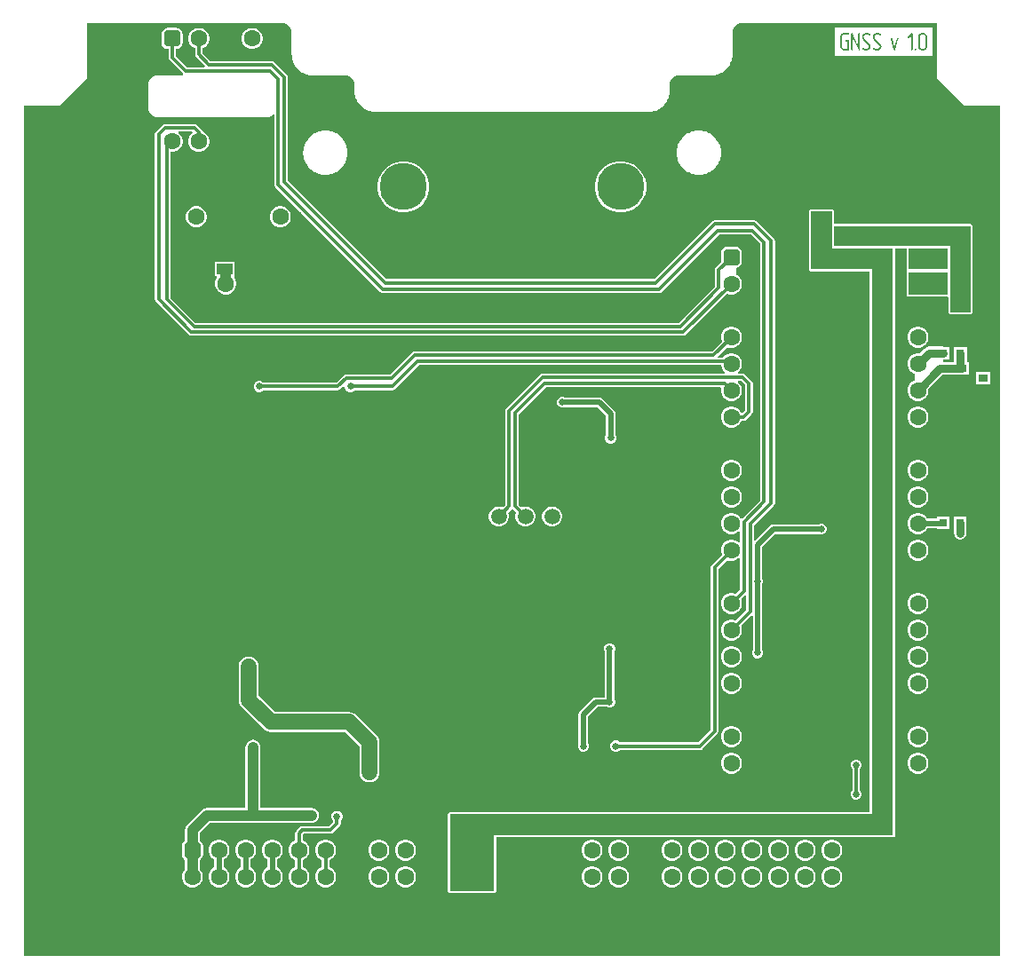
<source format=gtl>
G04*
G04 #@! TF.GenerationSoftware,Altium Limited,Altium Designer,22.1.2 (22)*
G04*
G04 Layer_Physical_Order=1*
G04 Layer_Color=255*
%FSAX44Y44*%
%MOMM*%
G71*
G04*
G04 #@! TF.SameCoordinates,D4940EDF-FCE3-461B-A7F8-CC2F5B5D0F8E*
G04*
G04*
G04 #@! TF.FilePolarity,Positive*
G04*
G01*
G75*
%ADD13R,1.5000X1.0000*%
%ADD14R,0.8000X1.4000*%
%ADD15R,0.8000X0.8000*%
%ADD16R,0.8000X0.8000*%
%ADD17R,0.9500X0.8000*%
%ADD18R,0.6000X1.2000*%
G04:AMPARAMS|DCode=19|XSize=0.6mm|YSize=1.2mm|CornerRadius=0.15mm|HoleSize=0mm|Usage=FLASHONLY|Rotation=0.000|XOffset=0mm|YOffset=0mm|HoleType=Round|Shape=RoundedRectangle|*
%AMROUNDEDRECTD19*
21,1,0.6000,0.9000,0,0,0.0*
21,1,0.3000,1.2000,0,0,0.0*
1,1,0.3000,0.1500,-0.4500*
1,1,0.3000,-0.1500,-0.4500*
1,1,0.3000,-0.1500,0.4500*
1,1,0.3000,0.1500,0.4500*
%
%ADD19ROUNDEDRECTD19*%
%ADD20C,1.0000*%
%ADD21C,1.5000*%
G04:AMPARAMS|DCode=22|XSize=1.5mm|YSize=1.5mm|CornerRadius=0.375mm|HoleSize=0mm|Usage=FLASHONLY|Rotation=0.000|XOffset=0mm|YOffset=0mm|HoleType=Round|Shape=RoundedRectangle|*
%AMROUNDEDRECTD22*
21,1,1.5000,0.7500,0,0,0.0*
21,1,0.7500,1.5000,0,0,0.0*
1,1,0.7500,0.3750,-0.3750*
1,1,0.7500,-0.3750,-0.3750*
1,1,0.7500,-0.3750,0.3750*
1,1,0.7500,0.3750,0.3750*
%
%ADD22ROUNDEDRECTD22*%
%ADD23C,1.6000*%
G04:AMPARAMS|DCode=24|XSize=1.6mm|YSize=1.6mm|CornerRadius=0.4mm|HoleSize=0mm|Usage=FLASHONLY|Rotation=0.000|XOffset=0mm|YOffset=0mm|HoleType=Round|Shape=RoundedRectangle|*
%AMROUNDEDRECTD24*
21,1,1.6000,0.8000,0,0,0.0*
21,1,0.8000,1.6000,0,0,0.0*
1,1,0.8000,0.4000,-0.4000*
1,1,0.8000,-0.4000,-0.4000*
1,1,0.8000,-0.4000,0.4000*
1,1,0.8000,0.4000,0.4000*
%
%ADD24ROUNDEDRECTD24*%
%ADD25O,3.8000X2.9000*%
%ADD26C,4.5000*%
%ADD27C,0.3000*%
%ADD28C,0.5000*%
%ADD29C,1.5000*%
%ADD30C,0.8000*%
%ADD31C,0.4000*%
%ADD32C,0.6500*%
G36*
X00874902Y00844000D02*
X00875290Y00842049D01*
X00876395Y00840395D01*
X00899395Y00817395D01*
X00901049Y00816290D01*
X00903000Y00815902D01*
X00934902D01*
X00934902Y00005098D01*
X00005098Y00005098D01*
X00005098Y00815902D01*
X00037000Y00815902D01*
X00038951Y00816290D01*
X00040605Y00817395D01*
X00063605Y00840395D01*
X00064710Y00842049D01*
X00065098Y00844000D01*
Y00894902D01*
X00250000Y00894902D01*
X00250975D01*
X00252888Y00894522D01*
X00254690Y00893775D01*
X00256312Y00892691D01*
X00257691Y00891312D01*
X00258775Y00889690D01*
X00259522Y00887888D01*
X00259902Y00885975D01*
X00259902Y00885000D01*
Y00865000D01*
X00259927Y00864875D01*
X00259908Y00864750D01*
X00259981Y00863280D01*
X00260072Y00862913D01*
Y00862535D01*
X00260646Y00859651D01*
X00260838Y00859187D01*
X00260936Y00858695D01*
X00262061Y00855978D01*
X00262340Y00855561D01*
X00262533Y00855097D01*
X00264166Y00852652D01*
X00264521Y00852297D01*
X00264800Y00851879D01*
X00266879Y00849800D01*
X00267297Y00849521D01*
X00267652Y00849166D01*
X00270097Y00847533D01*
X00270561Y00847340D01*
X00270978Y00847061D01*
X00273695Y00845936D01*
X00274187Y00845838D01*
X00274651Y00845646D01*
X00277535Y00845072D01*
X00277913D01*
X00278280Y00844980D01*
X00279750Y00844908D01*
X00279876Y00844927D01*
X00280000Y00844902D01*
X00310975Y00844902D01*
X00312888Y00844522D01*
X00314690Y00843775D01*
X00316312Y00842691D01*
X00317691Y00841312D01*
X00318775Y00839690D01*
X00319522Y00837888D01*
X00319902Y00835975D01*
X00319902Y00835000D01*
Y00830000D01*
X00319927Y00829875D01*
X00319908Y00829750D01*
X00319981Y00828280D01*
X00320072Y00827913D01*
Y00827535D01*
X00320646Y00824651D01*
X00320838Y00824187D01*
X00320936Y00823695D01*
X00322061Y00820978D01*
X00322340Y00820561D01*
X00322533Y00820097D01*
X00324166Y00817652D01*
X00324521Y00817297D01*
X00324800Y00816879D01*
X00326879Y00814800D01*
X00327297Y00814521D01*
X00327652Y00814166D01*
X00330097Y00812533D01*
X00330561Y00812340D01*
X00330978Y00812061D01*
X00333695Y00810936D01*
X00334187Y00810838D01*
X00334651Y00810646D01*
X00337535Y00810072D01*
X00337913D01*
X00338280Y00809980D01*
X00339750Y00809908D01*
X00339875Y00809927D01*
X00340000Y00809902D01*
X00600000D01*
X00600125Y00809927D01*
X00600250Y00809908D01*
X00601720Y00809980D01*
X00602087Y00810072D01*
X00602465D01*
X00605349Y00810646D01*
X00605813Y00810838D01*
X00606305Y00810936D01*
X00609022Y00812061D01*
X00609439Y00812340D01*
X00609903Y00812533D01*
X00612348Y00814166D01*
X00612703Y00814521D01*
X00613121Y00814800D01*
X00615200Y00816879D01*
X00615479Y00817297D01*
X00615834Y00817652D01*
X00617467Y00820097D01*
X00617660Y00820561D01*
X00617939Y00820978D01*
X00619064Y00823695D01*
X00619162Y00824187D01*
X00619354Y00824651D01*
X00619928Y00827535D01*
Y00827913D01*
X00620019Y00828280D01*
X00620092Y00829750D01*
X00620073Y00829875D01*
X00620098Y00830000D01*
Y00835975D01*
X00620478Y00837888D01*
X00621225Y00839690D01*
X00622309Y00841312D01*
X00623688Y00842691D01*
X00625310Y00843775D01*
X00627112Y00844522D01*
X00629025Y00844902D01*
X00630000Y00844902D01*
X00660000Y00844902D01*
X00660125Y00844927D01*
X00660250Y00844908D01*
X00661720Y00844980D01*
X00662087Y00845072D01*
X00662465D01*
X00665349Y00845646D01*
X00665813Y00845838D01*
X00666305Y00845936D01*
X00669022Y00847061D01*
X00669439Y00847340D01*
X00669903Y00847533D01*
X00672348Y00849166D01*
X00672703Y00849521D01*
X00673121Y00849800D01*
X00675200Y00851879D01*
X00675479Y00852297D01*
X00675834Y00852652D01*
X00677467Y00855097D01*
X00677660Y00855561D01*
X00677939Y00855978D01*
X00679064Y00858695D01*
X00679162Y00859187D01*
X00679354Y00859651D01*
X00679928Y00862535D01*
Y00862913D01*
X00680019Y00863280D01*
X00680092Y00864750D01*
X00680073Y00864875D01*
X00680098Y00865000D01*
Y00885975D01*
X00680478Y00887888D01*
X00681225Y00889690D01*
X00682308Y00891312D01*
X00683688Y00892691D01*
X00685310Y00893775D01*
X00687112Y00894522D01*
X00689025Y00894902D01*
X00690000D01*
X00874902Y00894902D01*
X00874902Y00844000D01*
D02*
G37*
%LPC*%
G36*
X00223417Y00890000D02*
X00220784D01*
X00218240Y00889318D01*
X00215960Y00888002D01*
X00214098Y00886140D01*
X00212782Y00883860D01*
X00212100Y00881317D01*
Y00878683D01*
X00212782Y00876140D01*
X00214098Y00873860D01*
X00215960Y00871998D01*
X00218240Y00870682D01*
X00220784Y00870000D01*
X00223417D01*
X00225960Y00870682D01*
X00228240Y00871998D01*
X00230102Y00873860D01*
X00231418Y00876140D01*
X00232100Y00878683D01*
Y00881317D01*
X00231418Y00883860D01*
X00230102Y00886140D01*
X00228240Y00888002D01*
X00225960Y00889318D01*
X00223417Y00890000D01*
D02*
G37*
G36*
X00870723Y00890238D02*
X00778000D01*
Y00863762D01*
X00870723D01*
Y00890238D01*
D02*
G37*
G36*
X00167000Y00798569D02*
X00139000D01*
X00137634Y00798297D01*
X00136477Y00797523D01*
X00130477Y00791523D01*
X00129703Y00790366D01*
X00129431Y00789000D01*
Y00631000D01*
X00129703Y00629634D01*
X00130477Y00628477D01*
X00161477Y00597477D01*
X00162634Y00596703D01*
X00164000Y00596431D01*
X00633200D01*
X00634566Y00596703D01*
X00635723Y00597477D01*
X00674979Y00636732D01*
X00675240Y00636582D01*
X00677784Y00635900D01*
X00680417D01*
X00682960Y00636582D01*
X00685240Y00637898D01*
X00687102Y00639760D01*
X00688419Y00642040D01*
X00689100Y00644584D01*
Y00647217D01*
X00688419Y00649760D01*
X00687102Y00652040D01*
X00685240Y00653902D01*
X00684000Y00654618D01*
Y00661361D01*
X00685441Y00661648D01*
X00687426Y00662974D01*
X00688752Y00664959D01*
X00689218Y00667300D01*
Y00675300D01*
X00688752Y00677641D01*
X00687426Y00679626D01*
X00685441Y00680952D01*
X00683100Y00681418D01*
X00675100D01*
X00672759Y00680952D01*
X00670774Y00679626D01*
X00669448Y00677641D01*
X00668982Y00675300D01*
Y00667300D01*
X00669160Y00666407D01*
X00664477Y00661723D01*
X00663703Y00660566D01*
X00663431Y00659200D01*
Y00643478D01*
X00628522Y00608569D01*
X00168478D01*
X00144569Y00632478D01*
Y00771989D01*
X00144584Y00772000D01*
X00147217D01*
X00149760Y00772682D01*
X00152040Y00773998D01*
X00153902Y00775860D01*
X00155218Y00778140D01*
X00155900Y00780684D01*
Y00783316D01*
X00155218Y00785860D01*
X00153902Y00788140D01*
X00152040Y00790002D01*
X00151764Y00790161D01*
X00152104Y00791431D01*
X00165096D01*
X00165409Y00790263D01*
X00165392Y00790136D01*
X00165160Y00790002D01*
X00163298Y00788140D01*
X00161982Y00785860D01*
X00161300Y00783316D01*
Y00780684D01*
X00161982Y00778140D01*
X00163298Y00775860D01*
X00165160Y00773998D01*
X00167440Y00772682D01*
X00169984Y00772000D01*
X00172617D01*
X00175160Y00772682D01*
X00177440Y00773998D01*
X00179302Y00775860D01*
X00180618Y00778140D01*
X00181300Y00780684D01*
Y00783316D01*
X00180618Y00785860D01*
X00179302Y00788140D01*
X00177440Y00790002D01*
X00175160Y00791319D01*
X00174722Y00791436D01*
X00174597Y00792066D01*
X00173823Y00793223D01*
X00169523Y00797523D01*
X00168366Y00798297D01*
X00167000Y00798569D01*
D02*
G37*
G36*
X00649576Y00792098D02*
X00646424D01*
X00645932Y00792000D01*
X00645430D01*
X00642338Y00791385D01*
X00641874Y00791193D01*
X00641382Y00791095D01*
X00638470Y00789889D01*
X00638053Y00789610D01*
X00637589Y00789418D01*
X00634968Y00787667D01*
X00634613Y00787312D01*
X00634196Y00787033D01*
X00631967Y00784804D01*
X00631688Y00784387D01*
X00631333Y00784032D01*
X00629582Y00781411D01*
X00629390Y00780947D01*
X00629111Y00780530D01*
X00627905Y00777618D01*
X00627807Y00777125D01*
X00627615Y00776662D01*
X00627000Y00773570D01*
Y00773068D01*
X00626902Y00772576D01*
Y00769424D01*
X00627000Y00768932D01*
Y00768430D01*
X00627615Y00765338D01*
X00627807Y00764874D01*
X00627905Y00764382D01*
X00629111Y00761470D01*
X00629390Y00761053D01*
X00629582Y00760589D01*
X00631333Y00757968D01*
X00631688Y00757613D01*
X00631967Y00757196D01*
X00634196Y00754967D01*
X00634613Y00754688D01*
X00634968Y00754333D01*
X00637589Y00752582D01*
X00638053Y00752390D01*
X00638470Y00752111D01*
X00641382Y00750905D01*
X00641874Y00750807D01*
X00642338Y00750615D01*
X00645430Y00750000D01*
X00645932D01*
X00646424Y00749902D01*
X00649576D01*
X00650068Y00750000D01*
X00650570D01*
X00653661Y00750615D01*
X00654125Y00750807D01*
X00654618Y00750905D01*
X00657530Y00752111D01*
X00657947Y00752390D01*
X00658411Y00752582D01*
X00661032Y00754333D01*
X00661387Y00754688D01*
X00661804Y00754967D01*
X00664033Y00757196D01*
X00664312Y00757613D01*
X00664667Y00757968D01*
X00666418Y00760589D01*
X00666610Y00761053D01*
X00666889Y00761470D01*
X00668095Y00764382D01*
X00668193Y00764875D01*
X00668385Y00765338D01*
X00669000Y00768430D01*
Y00768932D01*
X00669098Y00769424D01*
Y00772576D01*
X00669000Y00773068D01*
Y00773570D01*
X00668385Y00776662D01*
X00668193Y00777125D01*
X00668095Y00777618D01*
X00666889Y00780530D01*
X00666610Y00780947D01*
X00666418Y00781411D01*
X00664667Y00784032D01*
X00664312Y00784387D01*
X00664033Y00784804D01*
X00661804Y00787033D01*
X00661387Y00787312D01*
X00661032Y00787667D01*
X00658411Y00789418D01*
X00657947Y00789610D01*
X00657530Y00789889D01*
X00654618Y00791095D01*
X00654125Y00791193D01*
X00653662Y00791385D01*
X00650570Y00792000D01*
X00650068D01*
X00649576Y00792098D01*
D02*
G37*
G36*
X00293576D02*
X00290424D01*
X00289932Y00792000D01*
X00289429D01*
X00286338Y00791385D01*
X00285875Y00791193D01*
X00285382Y00791095D01*
X00282470Y00789889D01*
X00282053Y00789610D01*
X00281589Y00789418D01*
X00278968Y00787667D01*
X00278613Y00787312D01*
X00278196Y00787033D01*
X00275967Y00784804D01*
X00275688Y00784387D01*
X00275333Y00784032D01*
X00273582Y00781411D01*
X00273390Y00780947D01*
X00273111Y00780530D01*
X00271905Y00777618D01*
X00271807Y00777125D01*
X00271615Y00776662D01*
X00271000Y00773570D01*
Y00773068D01*
X00270902Y00772576D01*
Y00769424D01*
X00271000Y00768932D01*
Y00768430D01*
X00271615Y00765338D01*
X00271807Y00764874D01*
X00271905Y00764382D01*
X00273111Y00761470D01*
X00273390Y00761053D01*
X00273582Y00760589D01*
X00275333Y00757968D01*
X00275688Y00757613D01*
X00275967Y00757196D01*
X00278196Y00754967D01*
X00278613Y00754688D01*
X00278968Y00754333D01*
X00281589Y00752582D01*
X00282053Y00752390D01*
X00282470Y00752111D01*
X00285382Y00750905D01*
X00285875Y00750807D01*
X00286338Y00750615D01*
X00289429Y00750000D01*
X00289932D01*
X00290424Y00749902D01*
X00293576D01*
X00294068Y00750000D01*
X00294570D01*
X00297661Y00750615D01*
X00298125Y00750807D01*
X00298618Y00750905D01*
X00301530Y00752111D01*
X00301947Y00752390D01*
X00302411Y00752582D01*
X00305032Y00754333D01*
X00305387Y00754688D01*
X00305804Y00754967D01*
X00308033Y00757196D01*
X00308312Y00757613D01*
X00308667Y00757968D01*
X00310418Y00760589D01*
X00310610Y00761053D01*
X00310889Y00761470D01*
X00312095Y00764382D01*
X00312193Y00764875D01*
X00312385Y00765338D01*
X00313000Y00768430D01*
Y00768932D01*
X00313098Y00769424D01*
Y00772576D01*
X00313000Y00773068D01*
Y00773570D01*
X00312385Y00776662D01*
X00312193Y00777125D01*
X00312095Y00777618D01*
X00310889Y00780530D01*
X00310610Y00780947D01*
X00310418Y00781411D01*
X00308667Y00784032D01*
X00308312Y00784387D01*
X00308033Y00784804D01*
X00305804Y00787033D01*
X00305387Y00787312D01*
X00305032Y00787667D01*
X00302411Y00789418D01*
X00301947Y00789610D01*
X00301530Y00789889D01*
X00298618Y00791095D01*
X00298125Y00791193D01*
X00297661Y00791385D01*
X00294570Y00792000D01*
X00294068D01*
X00293576Y00792098D01*
D02*
G37*
G36*
X00575913Y00762999D02*
X00571087D01*
X00566354Y00762058D01*
X00561895Y00760211D01*
X00557882Y00757530D01*
X00554470Y00754117D01*
X00551788Y00750105D01*
X00549941Y00745646D01*
X00549000Y00740913D01*
Y00736087D01*
X00549941Y00731353D01*
X00551788Y00726894D01*
X00554470Y00722882D01*
X00557882Y00719469D01*
X00561895Y00716788D01*
X00566354Y00714941D01*
X00571087Y00713999D01*
X00575913D01*
X00580646Y00714941D01*
X00585105Y00716788D01*
X00589118Y00719469D01*
X00592530Y00722882D01*
X00595212Y00726894D01*
X00597058Y00731353D01*
X00598000Y00736087D01*
Y00740913D01*
X00597058Y00745646D01*
X00595212Y00750105D01*
X00592530Y00754117D01*
X00589118Y00757530D01*
X00585105Y00760211D01*
X00580646Y00762058D01*
X00575913Y00762999D01*
D02*
G37*
G36*
X00368913D02*
X00364087D01*
X00359354Y00762058D01*
X00354895Y00760211D01*
X00350882Y00757530D01*
X00347470Y00754117D01*
X00344788Y00750105D01*
X00342942Y00745646D01*
X00342000Y00740913D01*
Y00736087D01*
X00342942Y00731353D01*
X00344788Y00726894D01*
X00347470Y00722882D01*
X00350882Y00719469D01*
X00354895Y00716788D01*
X00359354Y00714941D01*
X00364087Y00713999D01*
X00368913D01*
X00373646Y00714941D01*
X00378105Y00716788D01*
X00382118Y00719469D01*
X00385530Y00722882D01*
X00388212Y00726894D01*
X00390059Y00731353D01*
X00391000Y00736087D01*
Y00740913D01*
X00390059Y00745646D01*
X00388212Y00750105D01*
X00385530Y00754117D01*
X00382118Y00757530D01*
X00378105Y00760211D01*
X00373646Y00762058D01*
X00368913Y00762999D01*
D02*
G37*
G36*
X00250317Y00720000D02*
X00247684D01*
X00245140Y00719318D01*
X00242860Y00718002D01*
X00240998Y00716140D01*
X00239681Y00713860D01*
X00239000Y00711316D01*
Y00708683D01*
X00239681Y00706140D01*
X00240998Y00703860D01*
X00242860Y00701998D01*
X00245140Y00700681D01*
X00247684Y00700000D01*
X00250317D01*
X00252860Y00700681D01*
X00255140Y00701998D01*
X00257002Y00703860D01*
X00258319Y00706140D01*
X00259000Y00708683D01*
Y00711316D01*
X00258319Y00713860D01*
X00257002Y00716140D01*
X00255140Y00718002D01*
X00252860Y00719318D01*
X00250317Y00720000D01*
D02*
G37*
G36*
X00170317D02*
X00167684D01*
X00165140Y00719318D01*
X00162860Y00718002D01*
X00160998Y00716140D01*
X00159682Y00713860D01*
X00159000Y00711316D01*
Y00708683D01*
X00159682Y00706140D01*
X00160998Y00703860D01*
X00162860Y00701998D01*
X00165140Y00700681D01*
X00167684Y00700000D01*
X00170317D01*
X00172860Y00700681D01*
X00175140Y00701998D01*
X00177002Y00703860D01*
X00178319Y00706140D01*
X00179000Y00708683D01*
Y00711316D01*
X00178319Y00713860D01*
X00177002Y00716140D01*
X00175140Y00718002D01*
X00172860Y00719318D01*
X00170317Y00720000D01*
D02*
G37*
G36*
X00197000Y00667060D02*
X00196541Y00667000D01*
X00186500D01*
Y00653000D01*
X00188191D01*
X00188761Y00651730D01*
X00187682Y00649860D01*
X00187000Y00647317D01*
Y00644684D01*
X00187682Y00642140D01*
X00188998Y00639860D01*
X00190860Y00637998D01*
X00193140Y00636682D01*
X00195683Y00636000D01*
X00198316D01*
X00200860Y00636682D01*
X00203140Y00637998D01*
X00205002Y00639860D01*
X00206318Y00642140D01*
X00207000Y00644684D01*
Y00647317D01*
X00206318Y00649860D01*
X00205239Y00651730D01*
X00205500Y00653000D01*
X00205500D01*
Y00667000D01*
X00197459D01*
X00197000Y00667060D01*
D02*
G37*
G36*
X00775000Y00717039D02*
X00755000D01*
X00754220Y00716884D01*
X00753558Y00716442D01*
X00753116Y00715780D01*
X00752961Y00715000D01*
Y00660000D01*
X00753116Y00659220D01*
X00753558Y00658558D01*
X00754220Y00658116D01*
X00755000Y00657961D01*
X00810960D01*
X00810961Y00142039D01*
X00411000Y00142039D01*
X00410219Y00141884D01*
X00409558Y00141442D01*
X00409116Y00140780D01*
X00408961Y00140000D01*
X00408961Y00067000D01*
X00409116Y00066220D01*
X00409558Y00065558D01*
X00410220Y00065116D01*
X00411000Y00064961D01*
X00453000D01*
X00453780Y00065116D01*
X00454442Y00065558D01*
X00454884Y00066220D01*
X00455039Y00067000D01*
Y00117961D01*
X00833000Y00117961D01*
X00833780Y00118116D01*
X00834442Y00118558D01*
X00834884Y00119220D01*
X00835039Y00120000D01*
Y00679961D01*
X00845961D01*
Y00660000D01*
X00846116Y00659220D01*
X00846558Y00658558D01*
Y00658442D01*
X00846116Y00657780D01*
X00845961Y00657000D01*
Y00636000D01*
X00846116Y00635220D01*
X00846558Y00634558D01*
X00847220Y00634116D01*
X00848000Y00633961D01*
X00885000D01*
X00885961Y00632857D01*
X00885961Y00619000D01*
X00886116Y00618220D01*
X00886558Y00617558D01*
X00887220Y00617116D01*
X00888000Y00616961D01*
X00907000D01*
X00907780Y00617116D01*
X00908442Y00617558D01*
X00908884Y00618220D01*
X00909039Y00619000D01*
Y00701000D01*
X00908884Y00701780D01*
X00908442Y00702442D01*
X00907780Y00702884D01*
X00907000Y00703039D01*
X00777039D01*
Y00715000D01*
X00776884Y00715780D01*
X00776442Y00716442D01*
X00775780Y00716884D01*
X00775000Y00717039D01*
D02*
G37*
G36*
X00858217Y00605100D02*
X00855583D01*
X00853040Y00604419D01*
X00850760Y00603102D01*
X00848898Y00601240D01*
X00847581Y00598960D01*
X00846900Y00596417D01*
Y00593783D01*
X00847581Y00591240D01*
X00848898Y00588960D01*
X00850760Y00587098D01*
X00853040Y00585782D01*
X00855583Y00585100D01*
X00858217D01*
X00860760Y00585782D01*
X00863040Y00587098D01*
X00864902Y00588960D01*
X00866218Y00591240D01*
X00866900Y00593783D01*
Y00596417D01*
X00866218Y00598960D01*
X00864902Y00601240D01*
X00863040Y00603102D01*
X00860760Y00604419D01*
X00858217Y00605100D01*
D02*
G37*
G36*
X00680416Y00605100D02*
X00677784D01*
X00675240Y00604418D01*
X00672960Y00603102D01*
X00671098Y00601240D01*
X00669781Y00598960D01*
X00669100Y00596417D01*
Y00593783D01*
X00669781Y00591240D01*
X00669932Y00590979D01*
X00660522Y00581569D01*
X00377000Y00581569D01*
X00375634Y00581297D01*
X00374477Y00580523D01*
X00353522Y00559569D01*
X00312000D01*
X00310634Y00559297D01*
X00309477Y00558523D01*
X00302522Y00551569D01*
X00232856D01*
X00231974Y00552451D01*
X00230044Y00553250D01*
X00227956D01*
X00226026Y00552451D01*
X00224549Y00550974D01*
X00223750Y00549044D01*
Y00546956D01*
X00224549Y00545026D01*
X00226026Y00543549D01*
X00227956Y00542750D01*
X00230044D01*
X00231974Y00543549D01*
X00232856Y00544431D01*
X00304000D01*
X00305366Y00544703D01*
X00306523Y00545477D01*
X00309480Y00548433D01*
X00310750Y00547907D01*
Y00546956D01*
X00311549Y00545026D01*
X00313026Y00543549D01*
X00314956Y00542750D01*
X00317044D01*
X00318974Y00543549D01*
X00319856Y00544431D01*
X00356000D01*
X00357366Y00544703D01*
X00358523Y00545477D01*
X00381478Y00568431D01*
X00669100D01*
Y00568383D01*
X00669781Y00565840D01*
X00671098Y00563560D01*
X00672819Y00561839D01*
X00672621Y00560569D01*
X00499000D01*
X00497634Y00560297D01*
X00496477Y00559523D01*
X00464477Y00527523D01*
X00463703Y00526366D01*
X00463431Y00525000D01*
Y00435178D01*
X00461055Y00432801D01*
X00460967Y00432852D01*
X00458551Y00433499D01*
X00456049D01*
X00453633Y00432852D01*
X00451467Y00431601D01*
X00449698Y00429833D01*
X00448447Y00427666D01*
X00447800Y00425250D01*
Y00422749D01*
X00448447Y00420333D01*
X00449698Y00418166D01*
X00451467Y00416398D01*
X00453633Y00415147D01*
X00456049Y00414500D01*
X00458551D01*
X00460967Y00415147D01*
X00463133Y00416398D01*
X00464902Y00418166D01*
X00466153Y00420333D01*
X00466800Y00422749D01*
Y00425250D01*
X00466153Y00427666D01*
X00466102Y00427755D01*
X00469179Y00430832D01*
X00469632Y00430952D01*
X00470368D01*
X00470821Y00430832D01*
X00473898Y00427755D01*
X00473847Y00427666D01*
X00473200Y00425250D01*
Y00422749D01*
X00473847Y00420333D01*
X00475098Y00418166D01*
X00476867Y00416398D01*
X00479033Y00415147D01*
X00481449Y00414500D01*
X00483951D01*
X00486367Y00415147D01*
X00488533Y00416398D01*
X00490302Y00418166D01*
X00491553Y00420333D01*
X00492200Y00422749D01*
Y00425250D01*
X00491553Y00427666D01*
X00490302Y00429833D01*
X00488533Y00431601D01*
X00486367Y00432852D01*
X00483951Y00433499D01*
X00481449D01*
X00479033Y00432852D01*
X00478945Y00432801D01*
X00476569Y00435178D01*
Y00521522D01*
X00502478Y00547431D01*
X00668543D01*
X00669316Y00546424D01*
X00669100Y00545617D01*
Y00542984D01*
X00669781Y00540440D01*
X00671098Y00538160D01*
X00672960Y00536298D01*
X00675240Y00534981D01*
X00677784Y00534300D01*
X00680416D01*
X00682960Y00534981D01*
X00685240Y00536298D01*
X00687102Y00538160D01*
X00688419Y00540440D01*
X00689100Y00542984D01*
Y00545617D01*
X00688419Y00548160D01*
X00687102Y00550440D01*
X00685381Y00552161D01*
X00685580Y00553431D01*
X00688522D01*
X00692431Y00549522D01*
Y00525478D01*
X00689719Y00522766D01*
X00689086Y00522763D01*
X00688334Y00522907D01*
X00687102Y00525040D01*
X00685240Y00526902D01*
X00682960Y00528218D01*
X00680417Y00528900D01*
X00677784D01*
X00675240Y00528218D01*
X00672960Y00526902D01*
X00671098Y00525040D01*
X00669781Y00522760D01*
X00669100Y00520216D01*
Y00517584D01*
X00669781Y00515040D01*
X00671098Y00512760D01*
X00672960Y00510898D01*
X00675240Y00509581D01*
X00677784Y00508900D01*
X00680417D01*
X00682960Y00509581D01*
X00685240Y00510898D01*
X00687102Y00512760D01*
X00688419Y00515040D01*
X00688497Y00515331D01*
X00690900D01*
X00692266Y00515603D01*
X00693423Y00516377D01*
X00698523Y00521477D01*
X00699297Y00522634D01*
X00699569Y00524000D01*
Y00551000D01*
X00699297Y00552366D01*
X00698523Y00553523D01*
X00692523Y00559523D01*
X00691366Y00560297D01*
X00690000Y00560569D01*
X00685579D01*
X00685381Y00561839D01*
X00687102Y00563560D01*
X00688419Y00565840D01*
X00689100Y00568383D01*
Y00571017D01*
X00688419Y00573560D01*
X00687102Y00575840D01*
X00685240Y00577702D01*
X00682960Y00579019D01*
X00680417Y00579700D01*
X00677784D01*
X00675240Y00579019D01*
X00672960Y00577702D01*
X00671098Y00575840D01*
X00670941Y00575569D01*
X00666275D01*
X00665789Y00576742D01*
X00674979Y00585932D01*
X00675240Y00585782D01*
X00677784Y00585100D01*
X00680416D01*
X00682960Y00585782D01*
X00685240Y00587098D01*
X00687102Y00588960D01*
X00688419Y00591240D01*
X00689100Y00593783D01*
Y00596417D01*
X00688419Y00598960D01*
X00687102Y00601240D01*
X00685240Y00603102D01*
X00682960Y00604418D01*
X00680416Y00605100D01*
D02*
G37*
G36*
X00897500Y00586118D02*
X00896909Y00586000D01*
X00891500D01*
Y00580591D01*
X00891382Y00580000D01*
Y00571401D01*
X00881000D01*
Y00573882D01*
X00881591Y00574000D01*
X00887000D01*
Y00579409D01*
X00887117Y00580000D01*
X00887000Y00580591D01*
Y00586000D01*
X00881591D01*
X00881000Y00586118D01*
X00867200D01*
X00864859Y00585652D01*
X00862874Y00584326D01*
X00858242Y00579693D01*
X00858216Y00579700D01*
X00855583D01*
X00853040Y00579019D01*
X00850760Y00577702D01*
X00848898Y00575840D01*
X00847581Y00573560D01*
X00846900Y00571017D01*
Y00568383D01*
X00847581Y00565840D01*
X00848898Y00563560D01*
X00850760Y00561698D01*
X00853040Y00560382D01*
X00854000Y00560124D01*
Y00553876D01*
X00853040Y00553619D01*
X00850760Y00552302D01*
X00848898Y00550440D01*
X00847581Y00548160D01*
X00846900Y00545617D01*
Y00542984D01*
X00847581Y00540440D01*
X00848898Y00538160D01*
X00850760Y00536298D01*
X00853040Y00534981D01*
X00855583Y00534300D01*
X00858216D01*
X00860760Y00534981D01*
X00863040Y00536298D01*
X00864902Y00538160D01*
X00866218Y00540440D01*
X00866900Y00542984D01*
Y00545617D01*
X00866893Y00545642D01*
X00880418Y00559166D01*
X00898784D01*
X00900462Y00559500D01*
X00905750D01*
Y00571500D01*
X00903617D01*
Y00580000D01*
X00903500Y00580591D01*
Y00586000D01*
X00898091D01*
X00897500Y00586118D01*
D02*
G37*
G36*
X00925750Y00562000D02*
X00912250D01*
Y00550000D01*
X00925750D01*
Y00562000D01*
D02*
G37*
G36*
X00858216Y00528900D02*
X00855583D01*
X00853040Y00528218D01*
X00850760Y00526902D01*
X00848898Y00525040D01*
X00847581Y00522760D01*
X00846900Y00520216D01*
Y00517584D01*
X00847581Y00515040D01*
X00848898Y00512760D01*
X00850760Y00510898D01*
X00853040Y00509581D01*
X00855583Y00508900D01*
X00858216D01*
X00860760Y00509581D01*
X00863040Y00510898D01*
X00864902Y00512760D01*
X00866218Y00515040D01*
X00866900Y00517584D01*
Y00520216D01*
X00866218Y00522760D01*
X00864902Y00525040D01*
X00863040Y00526902D01*
X00860760Y00528218D01*
X00858216Y00528900D01*
D02*
G37*
G36*
X00519044Y00538250D02*
X00516956D01*
X00515026Y00537451D01*
X00513549Y00535974D01*
X00512750Y00534044D01*
Y00531956D01*
X00513549Y00530026D01*
X00515026Y00528549D01*
X00516956Y00527750D01*
X00519044D01*
X00520642Y00528412D01*
X00551100D01*
X00559412Y00520099D01*
Y00501642D01*
X00558750Y00500044D01*
Y00497956D01*
X00559549Y00496026D01*
X00561026Y00494549D01*
X00562956Y00493750D01*
X00565044D01*
X00566974Y00494549D01*
X00568451Y00496026D01*
X00569250Y00497956D01*
Y00500044D01*
X00568588Y00501642D01*
Y00522000D01*
X00568239Y00523756D01*
X00567244Y00525244D01*
X00556244Y00536244D01*
X00554756Y00537239D01*
X00553000Y00537588D01*
X00520642D01*
X00519044Y00538250D01*
D02*
G37*
G36*
X00858217Y00478100D02*
X00855583D01*
X00853040Y00477419D01*
X00850760Y00476102D01*
X00848898Y00474240D01*
X00847581Y00471960D01*
X00846900Y00469417D01*
Y00466783D01*
X00847581Y00464240D01*
X00848898Y00461960D01*
X00850760Y00460098D01*
X00853040Y00458782D01*
X00855583Y00458100D01*
X00858217D01*
X00860760Y00458782D01*
X00863040Y00460098D01*
X00864902Y00461960D01*
X00866218Y00464240D01*
X00866900Y00466783D01*
Y00469417D01*
X00866218Y00471960D01*
X00864902Y00474240D01*
X00863040Y00476102D01*
X00860760Y00477419D01*
X00858217Y00478100D01*
D02*
G37*
G36*
X00680416D02*
X00677784D01*
X00675240Y00477419D01*
X00672960Y00476102D01*
X00671098Y00474240D01*
X00669781Y00471960D01*
X00669100Y00469417D01*
Y00466783D01*
X00669781Y00464240D01*
X00671098Y00461960D01*
X00672960Y00460098D01*
X00675240Y00458782D01*
X00677784Y00458100D01*
X00680416D01*
X00682960Y00458782D01*
X00685240Y00460098D01*
X00687102Y00461960D01*
X00688419Y00464240D01*
X00689100Y00466783D01*
Y00469417D01*
X00688419Y00471960D01*
X00687102Y00474240D01*
X00685240Y00476102D01*
X00682960Y00477419D01*
X00680416Y00478100D01*
D02*
G37*
G36*
Y00452700D02*
X00677784D01*
X00675240Y00452019D01*
X00672960Y00450702D01*
X00671098Y00448840D01*
X00669781Y00446560D01*
X00669100Y00444017D01*
Y00441384D01*
X00669781Y00438840D01*
X00671098Y00436560D01*
X00672960Y00434698D01*
X00675240Y00433382D01*
X00677784Y00432700D01*
X00680416D01*
X00682960Y00433382D01*
X00685240Y00434698D01*
X00687102Y00436560D01*
X00688419Y00438840D01*
X00689100Y00441384D01*
Y00444017D01*
X00688419Y00446560D01*
X00687102Y00448840D01*
X00685240Y00450702D01*
X00682960Y00452019D01*
X00680416Y00452700D01*
D02*
G37*
G36*
X00858216Y00452700D02*
X00855583D01*
X00853040Y00452019D01*
X00850760Y00450702D01*
X00848898Y00448840D01*
X00847581Y00446560D01*
X00846900Y00444017D01*
Y00441384D01*
X00847581Y00438840D01*
X00848898Y00436560D01*
X00850760Y00434698D01*
X00853040Y00433382D01*
X00855583Y00432700D01*
X00858216D01*
X00860760Y00433382D01*
X00863040Y00434698D01*
X00864902Y00436560D01*
X00866218Y00438840D01*
X00866900Y00441384D01*
Y00444017D01*
X00866218Y00446560D01*
X00864902Y00448840D01*
X00863040Y00450702D01*
X00860760Y00452019D01*
X00858216Y00452700D01*
D02*
G37*
G36*
X00149900Y00890117D02*
X00141900D01*
X00139559Y00889652D01*
X00137574Y00888326D01*
X00136248Y00886341D01*
X00135782Y00884000D01*
Y00876000D01*
X00136248Y00873659D01*
X00137574Y00871674D01*
X00139559Y00870348D01*
X00141900Y00869883D01*
X00142331D01*
Y00862100D01*
X00142603Y00860734D01*
X00143377Y00859577D01*
X00156477Y00846477D01*
X00156639Y00846368D01*
X00156254Y00845098D01*
X00132005D01*
X00130055Y00844710D01*
X00128217Y00843949D01*
X00126563Y00842844D01*
X00125156Y00841437D01*
X00124051Y00839783D01*
X00123290Y00837945D01*
X00123290Y00837945D01*
X00123290Y00837945D01*
X00122902Y00835995D01*
X00122902Y00835994D01*
X00122902Y00835994D01*
X00122902Y00835000D01*
Y00814006D01*
X00123290Y00812055D01*
X00124051Y00810217D01*
X00125156Y00808563D01*
X00125156Y00808563D01*
X00126563Y00807157D01*
X00126563Y00807156D01*
X00128217Y00806051D01*
X00130055Y00805290D01*
X00132006Y00804902D01*
X00133000D01*
X00235000Y00804902D01*
X00235994D01*
X00237945Y00805290D01*
X00239783Y00806051D01*
X00241437Y00807156D01*
X00242161Y00807881D01*
X00243431Y00807355D01*
Y00741000D01*
X00243703Y00739634D01*
X00244477Y00738477D01*
X00344477Y00638477D01*
X00345634Y00637703D01*
X00347000Y00637431D01*
X00610000D01*
X00611366Y00637703D01*
X00612523Y00638477D01*
X00667478Y00693431D01*
X00697522D01*
X00706431Y00684522D01*
Y00519000D01*
Y00439478D01*
X00689237Y00422283D01*
X00687649Y00422492D01*
X00687102Y00423440D01*
X00685240Y00425302D01*
X00682960Y00426619D01*
X00680417Y00427300D01*
X00677784D01*
X00675240Y00426619D01*
X00672960Y00425302D01*
X00671098Y00423440D01*
X00669781Y00421160D01*
X00669100Y00418617D01*
Y00415984D01*
X00669781Y00413440D01*
X00671098Y00411160D01*
X00672960Y00409298D01*
X00675240Y00407982D01*
X00677784Y00407300D01*
X00680417D01*
X00682960Y00407982D01*
X00685240Y00409298D01*
X00686161Y00410219D01*
X00687431Y00409693D01*
Y00399507D01*
X00686161Y00398981D01*
X00685240Y00399902D01*
X00682960Y00401218D01*
X00680416Y00401900D01*
X00677784D01*
X00675240Y00401218D01*
X00672960Y00399902D01*
X00671098Y00398040D01*
X00669781Y00395760D01*
X00669100Y00393217D01*
Y00390583D01*
X00669781Y00388040D01*
X00669932Y00387779D01*
X00660477Y00378323D01*
X00659703Y00377166D01*
X00659431Y00375800D01*
Y00220478D01*
X00647522Y00208569D01*
X00572856D01*
X00571974Y00209451D01*
X00570044Y00210250D01*
X00567956D01*
X00566026Y00209451D01*
X00564549Y00207974D01*
X00563750Y00206044D01*
Y00203956D01*
X00564549Y00202026D01*
X00566026Y00200549D01*
X00567956Y00199750D01*
X00570044D01*
X00571974Y00200549D01*
X00572856Y00201431D01*
X00649000D01*
X00650366Y00201703D01*
X00651523Y00202477D01*
X00665523Y00216477D01*
X00666297Y00217634D01*
X00666569Y00219000D01*
Y00374322D01*
X00674979Y00382732D01*
X00675240Y00382581D01*
X00677784Y00381900D01*
X00680416D01*
X00682960Y00382581D01*
X00685240Y00383898D01*
X00686161Y00384819D01*
X00687431Y00384293D01*
Y00354478D01*
X00683221Y00350268D01*
X00682960Y00350419D01*
X00680417Y00351100D01*
X00677784D01*
X00675240Y00350419D01*
X00672960Y00349102D01*
X00671098Y00347240D01*
X00669781Y00344960D01*
X00669100Y00342417D01*
Y00339784D01*
X00669781Y00337240D01*
X00671098Y00334960D01*
X00672960Y00333098D01*
X00675240Y00331782D01*
X00677784Y00331100D01*
X00680417D01*
X00682960Y00331782D01*
X00685240Y00333098D01*
X00687102Y00334960D01*
X00688419Y00337240D01*
X00689100Y00339784D01*
Y00342417D01*
X00688419Y00344960D01*
X00688268Y00345221D01*
X00692258Y00349211D01*
X00693431Y00348725D01*
Y00335078D01*
X00683221Y00324868D01*
X00682960Y00325019D01*
X00680416Y00325700D01*
X00677784D01*
X00675240Y00325019D01*
X00672960Y00323702D01*
X00671098Y00321840D01*
X00669781Y00319560D01*
X00669100Y00317017D01*
Y00314384D01*
X00669781Y00311840D01*
X00671098Y00309560D01*
X00672960Y00307698D01*
X00675240Y00306382D01*
X00677784Y00305700D01*
X00680416D01*
X00682960Y00306382D01*
X00685240Y00307698D01*
X00687102Y00309560D01*
X00688419Y00311840D01*
X00689100Y00314384D01*
Y00317017D01*
X00688419Y00319560D01*
X00688268Y00319821D01*
X00698239Y00329792D01*
X00699412Y00329306D01*
Y00296642D01*
X00698750Y00295044D01*
Y00292956D01*
X00699549Y00291026D01*
X00701026Y00289549D01*
X00702956Y00288750D01*
X00705044D01*
X00706974Y00289549D01*
X00708451Y00291026D01*
X00709250Y00292956D01*
Y00295044D01*
X00708588Y00296642D01*
Y00359358D01*
X00709250Y00360956D01*
Y00363044D01*
X00708588Y00364642D01*
Y00395099D01*
X00720900Y00407412D01*
X00762358D01*
X00763956Y00406750D01*
X00766044D01*
X00767974Y00407549D01*
X00769451Y00409026D01*
X00770250Y00410956D01*
Y00413044D01*
X00769451Y00414974D01*
X00767974Y00416451D01*
X00766044Y00417250D01*
X00763956D01*
X00762358Y00416588D01*
X00719000D01*
X00717244Y00416239D01*
X00715756Y00415244D01*
X00701839Y00401327D01*
X00700569Y00401853D01*
Y00415522D01*
X00719523Y00434477D01*
X00720297Y00435634D01*
X00720569Y00437000D01*
Y00518000D01*
Y00687000D01*
X00720297Y00688366D01*
X00719523Y00689523D01*
X00703523Y00705523D01*
X00702366Y00706297D01*
X00701000Y00706569D01*
X00663000D01*
X00661634Y00706297D01*
X00660477Y00705523D01*
X00605522Y00650569D01*
X00350478D01*
X00256569Y00744478D01*
Y00843000D01*
X00256297Y00844366D01*
X00255523Y00845523D01*
X00243523Y00857523D01*
X00242366Y00858297D01*
X00241000Y00858569D01*
X00182478D01*
X00174869Y00866178D01*
Y00870603D01*
X00175160Y00870682D01*
X00177440Y00871998D01*
X00179302Y00873860D01*
X00180618Y00876140D01*
X00181300Y00878683D01*
Y00881317D01*
X00180618Y00883860D01*
X00179302Y00886140D01*
X00177440Y00888002D01*
X00175160Y00889318D01*
X00172617Y00890000D01*
X00169984D01*
X00167440Y00889318D01*
X00165160Y00888002D01*
X00163298Y00886140D01*
X00161982Y00883860D01*
X00161300Y00881317D01*
Y00878683D01*
X00161982Y00876140D01*
X00163298Y00873860D01*
X00165160Y00871998D01*
X00167440Y00870682D01*
X00167731Y00870603D01*
Y00864700D01*
X00168003Y00863334D01*
X00168777Y00862177D01*
X00177211Y00853742D01*
X00176725Y00852569D01*
X00160478D01*
X00149469Y00863578D01*
Y00869883D01*
X00149900D01*
X00152241Y00870348D01*
X00154226Y00871674D01*
X00155552Y00873659D01*
X00156018Y00876000D01*
Y00884000D01*
X00155552Y00886341D01*
X00154226Y00888326D01*
X00152241Y00889652D01*
X00149900Y00890117D01*
D02*
G37*
G36*
X00509351Y00433499D02*
X00506849D01*
X00504433Y00432852D01*
X00502267Y00431601D01*
X00500498Y00429833D01*
X00499247Y00427666D01*
X00498600Y00425250D01*
Y00422749D01*
X00499247Y00420333D01*
X00500498Y00418166D01*
X00502267Y00416398D01*
X00504433Y00415147D01*
X00506849Y00414500D01*
X00509351D01*
X00511767Y00415147D01*
X00513933Y00416398D01*
X00515702Y00418166D01*
X00516953Y00420333D01*
X00517600Y00422749D01*
Y00425250D01*
X00516953Y00427666D01*
X00515702Y00429833D01*
X00513933Y00431601D01*
X00511767Y00432852D01*
X00509351Y00433499D01*
D02*
G37*
G36*
X00858216Y00427300D02*
X00855583D01*
X00853040Y00426618D01*
X00850760Y00425302D01*
X00848898Y00423440D01*
X00847581Y00421160D01*
X00846900Y00418617D01*
Y00415984D01*
X00847581Y00413440D01*
X00848898Y00411160D01*
X00850760Y00409298D01*
X00853040Y00407981D01*
X00855583Y00407300D01*
X00858216D01*
X00860760Y00407981D01*
X00863040Y00409298D01*
X00864902Y00411160D01*
X00865798Y00412712D01*
X00874750D01*
Y00412000D01*
X00886750D01*
Y00424000D01*
X00874750D01*
Y00421888D01*
X00865798D01*
X00864902Y00423440D01*
X00863040Y00425302D01*
X00860760Y00426618D01*
X00858216Y00427300D01*
D02*
G37*
G36*
X00897250Y00424118D02*
X00896659Y00424000D01*
X00891250D01*
Y00418591D01*
X00891132Y00418000D01*
Y00408250D01*
X00891598Y00405909D01*
X00892924Y00403924D01*
X00894909Y00402598D01*
X00897250Y00402132D01*
X00899591Y00402598D01*
X00901576Y00403924D01*
X00902902Y00405909D01*
X00903367Y00408250D01*
Y00418000D01*
X00903250Y00418591D01*
Y00424000D01*
X00897841D01*
X00897250Y00424118D01*
D02*
G37*
G36*
X00858216Y00401900D02*
X00855583D01*
X00853040Y00401218D01*
X00850760Y00399902D01*
X00848898Y00398040D01*
X00847581Y00395760D01*
X00846900Y00393217D01*
Y00390583D01*
X00847581Y00388040D01*
X00848898Y00385760D01*
X00850760Y00383898D01*
X00853040Y00382581D01*
X00855583Y00381900D01*
X00858216D01*
X00860760Y00382581D01*
X00863040Y00383898D01*
X00864902Y00385760D01*
X00866218Y00388040D01*
X00866900Y00390583D01*
Y00393217D01*
X00866218Y00395760D01*
X00864902Y00398040D01*
X00863040Y00399902D01*
X00860760Y00401218D01*
X00858216Y00401900D01*
D02*
G37*
G36*
X00858216Y00351100D02*
X00855583D01*
X00853040Y00350419D01*
X00850760Y00349102D01*
X00848898Y00347240D01*
X00847581Y00344960D01*
X00846900Y00342417D01*
Y00339784D01*
X00847581Y00337240D01*
X00848898Y00334960D01*
X00850760Y00333098D01*
X00853040Y00331782D01*
X00855583Y00331100D01*
X00858216D01*
X00860760Y00331782D01*
X00863040Y00333098D01*
X00864902Y00334960D01*
X00866218Y00337240D01*
X00866900Y00339784D01*
Y00342417D01*
X00866218Y00344960D01*
X00864902Y00347240D01*
X00863040Y00349102D01*
X00860760Y00350419D01*
X00858216Y00351100D01*
D02*
G37*
G36*
Y00325700D02*
X00855583D01*
X00853040Y00325019D01*
X00850760Y00323702D01*
X00848898Y00321840D01*
X00847581Y00319560D01*
X00846900Y00317017D01*
Y00314384D01*
X00847581Y00311840D01*
X00848898Y00309560D01*
X00850760Y00307698D01*
X00853040Y00306381D01*
X00855583Y00305700D01*
X00858216D01*
X00860760Y00306381D01*
X00863040Y00307698D01*
X00864902Y00309560D01*
X00866218Y00311840D01*
X00866900Y00314384D01*
Y00317017D01*
X00866218Y00319560D01*
X00864902Y00321840D01*
X00863040Y00323702D01*
X00860760Y00325019D01*
X00858216Y00325700D01*
D02*
G37*
G36*
Y00300300D02*
X00855583D01*
X00853040Y00299618D01*
X00850760Y00298302D01*
X00848898Y00296440D01*
X00847581Y00294160D01*
X00846900Y00291617D01*
Y00288983D01*
X00847581Y00286440D01*
X00848898Y00284160D01*
X00850760Y00282298D01*
X00853040Y00280982D01*
X00855583Y00280300D01*
X00858216D01*
X00860760Y00280982D01*
X00863040Y00282298D01*
X00864902Y00284160D01*
X00866218Y00286440D01*
X00866900Y00288983D01*
Y00291617D01*
X00866218Y00294160D01*
X00864902Y00296440D01*
X00863040Y00298302D01*
X00860760Y00299618D01*
X00858216Y00300300D01*
D02*
G37*
G36*
X00680417D02*
X00677784D01*
X00675240Y00299618D01*
X00672960Y00298302D01*
X00671098Y00296440D01*
X00669781Y00294160D01*
X00669100Y00291617D01*
Y00288983D01*
X00669781Y00286440D01*
X00671098Y00284160D01*
X00672960Y00282298D01*
X00675240Y00280982D01*
X00677784Y00280300D01*
X00680417D01*
X00682960Y00280982D01*
X00685240Y00282298D01*
X00687102Y00284160D01*
X00688419Y00286440D01*
X00689100Y00288983D01*
Y00291617D01*
X00688419Y00294160D01*
X00687102Y00296440D01*
X00685240Y00298302D01*
X00682960Y00299618D01*
X00680417Y00300300D01*
D02*
G37*
G36*
X00858216Y00274900D02*
X00855583D01*
X00853040Y00274219D01*
X00850760Y00272902D01*
X00848898Y00271040D01*
X00847581Y00268760D01*
X00846900Y00266217D01*
Y00263584D01*
X00847581Y00261040D01*
X00848898Y00258760D01*
X00850760Y00256898D01*
X00853040Y00255582D01*
X00855583Y00254900D01*
X00858216D01*
X00860760Y00255582D01*
X00863040Y00256898D01*
X00864902Y00258760D01*
X00866218Y00261040D01*
X00866900Y00263584D01*
Y00266217D01*
X00866218Y00268760D01*
X00864902Y00271040D01*
X00863040Y00272902D01*
X00860760Y00274219D01*
X00858216Y00274900D01*
D02*
G37*
G36*
X00680416Y00274900D02*
X00677784D01*
X00675240Y00274219D01*
X00672960Y00272902D01*
X00671098Y00271040D01*
X00669781Y00268760D01*
X00669100Y00266217D01*
Y00263584D01*
X00669781Y00261040D01*
X00671098Y00258760D01*
X00672960Y00256898D01*
X00675240Y00255581D01*
X00677784Y00254900D01*
X00680416D01*
X00682960Y00255581D01*
X00685240Y00256898D01*
X00687102Y00258760D01*
X00688419Y00261040D01*
X00689100Y00263584D01*
Y00266217D01*
X00688419Y00268760D01*
X00687102Y00271040D01*
X00685240Y00272902D01*
X00682960Y00274219D01*
X00680416Y00274900D01*
D02*
G37*
G36*
X00564044Y00303250D02*
X00561956D01*
X00560026Y00302451D01*
X00558549Y00300974D01*
X00557750Y00299044D01*
Y00296956D01*
X00558412Y00295358D01*
Y00251588D01*
X00550000D01*
X00548244Y00251239D01*
X00546756Y00250244D01*
X00534756Y00238244D01*
X00533761Y00236756D01*
X00533412Y00235000D01*
Y00207642D01*
X00532750Y00206044D01*
Y00203956D01*
X00533549Y00202026D01*
X00535026Y00200549D01*
X00536956Y00199750D01*
X00539044D01*
X00540974Y00200549D01*
X00542451Y00202026D01*
X00543250Y00203956D01*
Y00206044D01*
X00542588Y00207642D01*
Y00233099D01*
X00551900Y00242412D01*
X00560358D01*
X00561956Y00241750D01*
X00564044D01*
X00565974Y00242549D01*
X00567451Y00244026D01*
X00568250Y00245956D01*
Y00248044D01*
X00567588Y00249642D01*
Y00295358D01*
X00568250Y00296956D01*
Y00299044D01*
X00567451Y00300974D01*
X00565974Y00302451D01*
X00564044Y00303250D01*
D02*
G37*
G36*
X00680416Y00224100D02*
X00677784D01*
X00675240Y00223419D01*
X00672960Y00222102D01*
X00671098Y00220240D01*
X00669781Y00217960D01*
X00669100Y00215417D01*
Y00212784D01*
X00669781Y00210240D01*
X00671098Y00207960D01*
X00672960Y00206098D01*
X00675240Y00204782D01*
X00677784Y00204100D01*
X00680416D01*
X00682960Y00204782D01*
X00685240Y00206098D01*
X00687102Y00207960D01*
X00688419Y00210240D01*
X00689100Y00212784D01*
Y00215417D01*
X00688419Y00217960D01*
X00687102Y00220240D01*
X00685240Y00222102D01*
X00682960Y00223419D01*
X00680416Y00224100D01*
D02*
G37*
G36*
X00858216Y00224100D02*
X00855583D01*
X00853040Y00223419D01*
X00850760Y00222102D01*
X00848898Y00220240D01*
X00847581Y00217960D01*
X00846900Y00215417D01*
Y00212784D01*
X00847581Y00210240D01*
X00848898Y00207960D01*
X00850760Y00206098D01*
X00853040Y00204781D01*
X00855583Y00204100D01*
X00858216D01*
X00860760Y00204781D01*
X00863040Y00206098D01*
X00864902Y00207960D01*
X00866218Y00210240D01*
X00866900Y00212784D01*
Y00215417D01*
X00866218Y00217960D01*
X00864902Y00220240D01*
X00863040Y00222102D01*
X00860760Y00223419D01*
X00858216Y00224100D01*
D02*
G37*
G36*
X00680417Y00198700D02*
X00677784D01*
X00675240Y00198019D01*
X00672960Y00196702D01*
X00671098Y00194840D01*
X00669781Y00192560D01*
X00669100Y00190017D01*
Y00187383D01*
X00669781Y00184840D01*
X00671098Y00182560D01*
X00672960Y00180698D01*
X00675240Y00179382D01*
X00677784Y00178700D01*
X00680417D01*
X00682960Y00179382D01*
X00685240Y00180698D01*
X00687102Y00182560D01*
X00688419Y00184840D01*
X00689100Y00187383D01*
Y00190017D01*
X00688419Y00192560D01*
X00687102Y00194840D01*
X00685240Y00196702D01*
X00682960Y00198019D01*
X00680417Y00198700D01*
D02*
G37*
G36*
X00858216Y00198700D02*
X00855583D01*
X00853040Y00198018D01*
X00850760Y00196702D01*
X00848898Y00194840D01*
X00847581Y00192560D01*
X00846900Y00190017D01*
Y00187383D01*
X00847581Y00184840D01*
X00848898Y00182560D01*
X00850760Y00180698D01*
X00853040Y00179382D01*
X00855583Y00178700D01*
X00858216D01*
X00860760Y00179382D01*
X00863040Y00180698D01*
X00864902Y00182560D01*
X00866218Y00184840D01*
X00866900Y00187383D01*
Y00190017D01*
X00866218Y00192560D01*
X00864902Y00194840D01*
X00863040Y00196702D01*
X00860760Y00198018D01*
X00858216Y00198700D01*
D02*
G37*
G36*
X00219000Y00290582D02*
X00216520Y00290256D01*
X00214209Y00289298D01*
X00212225Y00287775D01*
X00210702Y00285791D01*
X00209744Y00283480D01*
X00209418Y00281000D01*
Y00269000D01*
Y00257000D01*
Y00249000D01*
X00209744Y00246520D01*
X00210702Y00244209D01*
X00212225Y00242225D01*
X00233225Y00221225D01*
X00235209Y00219702D01*
X00237520Y00218745D01*
X00240000Y00218418D01*
X00311031D01*
X00324418Y00205031D01*
Y00180000D01*
X00324744Y00177520D01*
X00325702Y00175209D01*
X00327225Y00173225D01*
X00329209Y00171702D01*
X00331520Y00170744D01*
X00334000Y00170418D01*
X00336480Y00170744D01*
X00338791Y00171702D01*
X00340775Y00173225D01*
X00342298Y00175209D01*
X00343255Y00177520D01*
X00343582Y00180000D01*
Y00209000D01*
X00343255Y00211480D01*
X00342298Y00213791D01*
X00340775Y00215776D01*
X00321776Y00234776D01*
X00319791Y00236298D01*
X00317480Y00237255D01*
X00315000Y00237582D01*
X00243969D01*
X00228582Y00252969D01*
Y00257000D01*
Y00269000D01*
Y00281000D01*
X00228255Y00283480D01*
X00227298Y00285791D01*
X00225775Y00287775D01*
X00223791Y00289298D01*
X00221480Y00290256D01*
X00219000Y00290582D01*
D02*
G37*
G36*
X00799044Y00192250D02*
X00796956D01*
X00795026Y00191451D01*
X00793549Y00189974D01*
X00792750Y00188044D01*
Y00185956D01*
X00793549Y00184026D01*
X00794431Y00183144D01*
Y00162856D01*
X00793549Y00161974D01*
X00792750Y00160044D01*
Y00157956D01*
X00793549Y00156026D01*
X00795026Y00154549D01*
X00796956Y00153750D01*
X00799044D01*
X00800974Y00154549D01*
X00802451Y00156026D01*
X00803250Y00157956D01*
Y00160044D01*
X00802451Y00161974D01*
X00801569Y00162856D01*
Y00183144D01*
X00802451Y00184026D01*
X00803250Y00185956D01*
Y00188044D01*
X00802451Y00189974D01*
X00800974Y00191451D01*
X00799044Y00192250D01*
D02*
G37*
G36*
X00776116Y00115700D02*
X00773484D01*
X00770940Y00115019D01*
X00768660Y00113702D01*
X00766798Y00111840D01*
X00765481Y00109560D01*
X00764800Y00107017D01*
Y00104383D01*
X00765481Y00101840D01*
X00766798Y00099560D01*
X00768660Y00097698D01*
X00770940Y00096382D01*
X00773484Y00095700D01*
X00776116D01*
X00778660Y00096382D01*
X00780940Y00097698D01*
X00782802Y00099560D01*
X00784118Y00101840D01*
X00784800Y00104383D01*
Y00107017D01*
X00784118Y00109560D01*
X00782802Y00111840D01*
X00780940Y00113702D01*
X00778660Y00115019D01*
X00776116Y00115700D01*
D02*
G37*
G36*
X00750716D02*
X00748083D01*
X00745540Y00115019D01*
X00743260Y00113702D01*
X00741398Y00111840D01*
X00740081Y00109560D01*
X00739400Y00107017D01*
Y00104383D01*
X00740081Y00101840D01*
X00741398Y00099560D01*
X00743260Y00097698D01*
X00745540Y00096382D01*
X00748083Y00095700D01*
X00750716D01*
X00753260Y00096382D01*
X00755540Y00097698D01*
X00757402Y00099560D01*
X00758718Y00101840D01*
X00759400Y00104383D01*
Y00107017D01*
X00758718Y00109560D01*
X00757402Y00111840D01*
X00755540Y00113702D01*
X00753260Y00115019D01*
X00750716Y00115700D01*
D02*
G37*
G36*
X00725316D02*
X00722683D01*
X00720140Y00115019D01*
X00717860Y00113702D01*
X00715998Y00111840D01*
X00714681Y00109560D01*
X00714000Y00107017D01*
Y00104383D01*
X00714681Y00101840D01*
X00715998Y00099560D01*
X00717860Y00097698D01*
X00720140Y00096382D01*
X00722683Y00095700D01*
X00725316D01*
X00727860Y00096382D01*
X00730140Y00097698D01*
X00732002Y00099560D01*
X00733318Y00101840D01*
X00734000Y00104383D01*
Y00107017D01*
X00733318Y00109560D01*
X00732002Y00111840D01*
X00730140Y00113702D01*
X00727860Y00115019D01*
X00725316Y00115700D01*
D02*
G37*
G36*
X00699917D02*
X00697283D01*
X00694740Y00115019D01*
X00692460Y00113702D01*
X00690598Y00111840D01*
X00689281Y00109560D01*
X00688600Y00107017D01*
Y00104383D01*
X00689281Y00101840D01*
X00690598Y00099560D01*
X00692460Y00097698D01*
X00694740Y00096382D01*
X00697283Y00095700D01*
X00699917D01*
X00702460Y00096382D01*
X00704740Y00097698D01*
X00706602Y00099560D01*
X00707918Y00101840D01*
X00708600Y00104383D01*
Y00107017D01*
X00707918Y00109560D01*
X00706602Y00111840D01*
X00704740Y00113702D01*
X00702460Y00115019D01*
X00699917Y00115700D01*
D02*
G37*
G36*
X00674517D02*
X00671883D01*
X00669340Y00115019D01*
X00667060Y00113702D01*
X00665198Y00111840D01*
X00663882Y00109560D01*
X00663200Y00107017D01*
Y00104383D01*
X00663882Y00101840D01*
X00665198Y00099560D01*
X00667060Y00097698D01*
X00669340Y00096382D01*
X00671883Y00095700D01*
X00674517D01*
X00677060Y00096382D01*
X00679340Y00097698D01*
X00681202Y00099560D01*
X00682518Y00101840D01*
X00683200Y00104383D01*
Y00107017D01*
X00682518Y00109560D01*
X00681202Y00111840D01*
X00679340Y00113702D01*
X00677060Y00115019D01*
X00674517Y00115700D01*
D02*
G37*
G36*
X00649117D02*
X00646484D01*
X00643940Y00115019D01*
X00641660Y00113702D01*
X00639798Y00111840D01*
X00638481Y00109560D01*
X00637800Y00107017D01*
Y00104383D01*
X00638481Y00101840D01*
X00639798Y00099560D01*
X00641660Y00097698D01*
X00643940Y00096382D01*
X00646484Y00095700D01*
X00649117D01*
X00651660Y00096382D01*
X00653940Y00097698D01*
X00655802Y00099560D01*
X00657119Y00101840D01*
X00657800Y00104383D01*
Y00107017D01*
X00657119Y00109560D01*
X00655802Y00111840D01*
X00653940Y00113702D01*
X00651660Y00115019D01*
X00649117Y00115700D01*
D02*
G37*
G36*
X00623717D02*
X00621083D01*
X00618540Y00115019D01*
X00616260Y00113702D01*
X00614398Y00111840D01*
X00613082Y00109560D01*
X00612400Y00107017D01*
Y00104383D01*
X00613082Y00101840D01*
X00614398Y00099560D01*
X00616260Y00097698D01*
X00618540Y00096382D01*
X00621083Y00095700D01*
X00623717D01*
X00626260Y00096382D01*
X00628540Y00097698D01*
X00630402Y00099560D01*
X00631718Y00101840D01*
X00632400Y00104383D01*
Y00107017D01*
X00631718Y00109560D01*
X00630402Y00111840D01*
X00628540Y00113702D01*
X00626260Y00115019D01*
X00623717Y00115700D01*
D02*
G37*
G36*
X00572916D02*
X00570284D01*
X00567740Y00115019D01*
X00565460Y00113702D01*
X00563598Y00111840D01*
X00562281Y00109560D01*
X00561600Y00107017D01*
Y00104383D01*
X00562281Y00101840D01*
X00563598Y00099560D01*
X00565460Y00097698D01*
X00567740Y00096382D01*
X00570284Y00095700D01*
X00572916D01*
X00575460Y00096382D01*
X00577740Y00097698D01*
X00579602Y00099560D01*
X00580919Y00101840D01*
X00581600Y00104383D01*
Y00107017D01*
X00580919Y00109560D01*
X00579602Y00111840D01*
X00577740Y00113702D01*
X00575460Y00115019D01*
X00572916Y00115700D01*
D02*
G37*
G36*
X00547517D02*
X00544883D01*
X00542340Y00115019D01*
X00540060Y00113702D01*
X00538198Y00111840D01*
X00536881Y00109560D01*
X00536200Y00107017D01*
Y00104383D01*
X00536881Y00101840D01*
X00538198Y00099560D01*
X00540060Y00097698D01*
X00542340Y00096382D01*
X00544883Y00095700D01*
X00547517D01*
X00550060Y00096382D01*
X00552340Y00097698D01*
X00554202Y00099560D01*
X00555518Y00101840D01*
X00556200Y00104383D01*
Y00107017D01*
X00555518Y00109560D01*
X00554202Y00111840D01*
X00552340Y00113702D01*
X00550060Y00115019D01*
X00547517Y00115700D01*
D02*
G37*
G36*
X00369716D02*
X00367084D01*
X00364540Y00115019D01*
X00362260Y00113702D01*
X00360398Y00111840D01*
X00359081Y00109560D01*
X00358400Y00107017D01*
Y00104383D01*
X00359081Y00101840D01*
X00360398Y00099560D01*
X00362260Y00097698D01*
X00364540Y00096382D01*
X00367084Y00095700D01*
X00369716D01*
X00372260Y00096382D01*
X00374540Y00097698D01*
X00376402Y00099560D01*
X00377719Y00101840D01*
X00378400Y00104383D01*
Y00107017D01*
X00377719Y00109560D01*
X00376402Y00111840D01*
X00374540Y00113702D01*
X00372260Y00115019D01*
X00369716Y00115700D01*
D02*
G37*
G36*
X00344316D02*
X00341684D01*
X00339140Y00115019D01*
X00336860Y00113702D01*
X00334998Y00111840D01*
X00333681Y00109560D01*
X00333000Y00107017D01*
Y00104383D01*
X00333681Y00101840D01*
X00334998Y00099560D01*
X00336860Y00097698D01*
X00339140Y00096382D01*
X00341684Y00095700D01*
X00344316D01*
X00346860Y00096382D01*
X00349140Y00097698D01*
X00351002Y00099560D01*
X00352318Y00101840D01*
X00353000Y00104383D01*
Y00107017D01*
X00352318Y00109560D01*
X00351002Y00111840D01*
X00349140Y00113702D01*
X00346860Y00115019D01*
X00344316Y00115700D01*
D02*
G37*
G36*
X00776116Y00090300D02*
X00773484D01*
X00770940Y00089619D01*
X00768660Y00088302D01*
X00766798Y00086440D01*
X00765481Y00084160D01*
X00764800Y00081616D01*
Y00078983D01*
X00765481Y00076440D01*
X00766798Y00074160D01*
X00768660Y00072298D01*
X00770940Y00070981D01*
X00773484Y00070300D01*
X00776116D01*
X00778660Y00070981D01*
X00780940Y00072298D01*
X00782802Y00074160D01*
X00784118Y00076440D01*
X00784800Y00078983D01*
Y00081616D01*
X00784118Y00084160D01*
X00782802Y00086440D01*
X00780940Y00088302D01*
X00778660Y00089619D01*
X00776116Y00090300D01*
D02*
G37*
G36*
X00750716D02*
X00748083D01*
X00745540Y00089619D01*
X00743260Y00088302D01*
X00741398Y00086440D01*
X00740081Y00084160D01*
X00739400Y00081616D01*
Y00078983D01*
X00740081Y00076440D01*
X00741398Y00074160D01*
X00743260Y00072298D01*
X00745540Y00070981D01*
X00748083Y00070300D01*
X00750716D01*
X00753260Y00070981D01*
X00755540Y00072298D01*
X00757402Y00074160D01*
X00758718Y00076440D01*
X00759400Y00078983D01*
Y00081616D01*
X00758718Y00084160D01*
X00757402Y00086440D01*
X00755540Y00088302D01*
X00753260Y00089619D01*
X00750716Y00090300D01*
D02*
G37*
G36*
X00725316D02*
X00722683D01*
X00720140Y00089619D01*
X00717860Y00088302D01*
X00715998Y00086440D01*
X00714681Y00084160D01*
X00714000Y00081616D01*
Y00078983D01*
X00714681Y00076440D01*
X00715998Y00074160D01*
X00717860Y00072298D01*
X00720140Y00070981D01*
X00722683Y00070300D01*
X00725316D01*
X00727860Y00070981D01*
X00730140Y00072298D01*
X00732002Y00074160D01*
X00733318Y00076440D01*
X00734000Y00078983D01*
Y00081616D01*
X00733318Y00084160D01*
X00732002Y00086440D01*
X00730140Y00088302D01*
X00727860Y00089619D01*
X00725316Y00090300D01*
D02*
G37*
G36*
X00699917D02*
X00697283D01*
X00694740Y00089619D01*
X00692460Y00088302D01*
X00690598Y00086440D01*
X00689281Y00084160D01*
X00688600Y00081616D01*
Y00078983D01*
X00689281Y00076440D01*
X00690598Y00074160D01*
X00692460Y00072298D01*
X00694740Y00070981D01*
X00697283Y00070300D01*
X00699917D01*
X00702460Y00070981D01*
X00704740Y00072298D01*
X00706602Y00074160D01*
X00707918Y00076440D01*
X00708600Y00078983D01*
Y00081616D01*
X00707918Y00084160D01*
X00706602Y00086440D01*
X00704740Y00088302D01*
X00702460Y00089619D01*
X00699917Y00090300D01*
D02*
G37*
G36*
X00674517D02*
X00671883D01*
X00669340Y00089619D01*
X00667060Y00088302D01*
X00665198Y00086440D01*
X00663882Y00084160D01*
X00663200Y00081616D01*
Y00078983D01*
X00663882Y00076440D01*
X00665198Y00074160D01*
X00667060Y00072298D01*
X00669340Y00070981D01*
X00671883Y00070300D01*
X00674517D01*
X00677060Y00070981D01*
X00679340Y00072298D01*
X00681202Y00074160D01*
X00682518Y00076440D01*
X00683200Y00078983D01*
Y00081616D01*
X00682518Y00084160D01*
X00681202Y00086440D01*
X00679340Y00088302D01*
X00677060Y00089619D01*
X00674517Y00090300D01*
D02*
G37*
G36*
X00649117D02*
X00646484D01*
X00643940Y00089619D01*
X00641660Y00088302D01*
X00639798Y00086440D01*
X00638481Y00084160D01*
X00637800Y00081616D01*
Y00078983D01*
X00638481Y00076440D01*
X00639798Y00074160D01*
X00641660Y00072298D01*
X00643940Y00070981D01*
X00646484Y00070300D01*
X00649117D01*
X00651660Y00070981D01*
X00653940Y00072298D01*
X00655802Y00074160D01*
X00657119Y00076440D01*
X00657800Y00078983D01*
Y00081616D01*
X00657119Y00084160D01*
X00655802Y00086440D01*
X00653940Y00088302D01*
X00651660Y00089619D01*
X00649117Y00090300D01*
D02*
G37*
G36*
X00623717D02*
X00621083D01*
X00618540Y00089619D01*
X00616260Y00088302D01*
X00614398Y00086440D01*
X00613082Y00084160D01*
X00612400Y00081616D01*
Y00078983D01*
X00613082Y00076440D01*
X00614398Y00074160D01*
X00616260Y00072298D01*
X00618540Y00070981D01*
X00621083Y00070300D01*
X00623717D01*
X00626260Y00070981D01*
X00628540Y00072298D01*
X00630402Y00074160D01*
X00631718Y00076440D01*
X00632400Y00078983D01*
Y00081616D01*
X00631718Y00084160D01*
X00630402Y00086440D01*
X00628540Y00088302D01*
X00626260Y00089619D01*
X00623717Y00090300D01*
D02*
G37*
G36*
X00572916D02*
X00570284D01*
X00567740Y00089619D01*
X00565460Y00088302D01*
X00563598Y00086440D01*
X00562281Y00084160D01*
X00561600Y00081616D01*
Y00078983D01*
X00562281Y00076440D01*
X00563598Y00074160D01*
X00565460Y00072298D01*
X00567740Y00070981D01*
X00570284Y00070300D01*
X00572916D01*
X00575460Y00070981D01*
X00577740Y00072298D01*
X00579602Y00074160D01*
X00580919Y00076440D01*
X00581600Y00078983D01*
Y00081616D01*
X00580919Y00084160D01*
X00579602Y00086440D01*
X00577740Y00088302D01*
X00575460Y00089619D01*
X00572916Y00090300D01*
D02*
G37*
G36*
X00547517D02*
X00544883D01*
X00542340Y00089619D01*
X00540060Y00088302D01*
X00538198Y00086440D01*
X00536881Y00084160D01*
X00536200Y00081616D01*
Y00078983D01*
X00536881Y00076440D01*
X00538198Y00074160D01*
X00540060Y00072298D01*
X00542340Y00070981D01*
X00544883Y00070300D01*
X00547517D01*
X00550060Y00070981D01*
X00552340Y00072298D01*
X00554202Y00074160D01*
X00555518Y00076440D01*
X00556200Y00078983D01*
Y00081616D01*
X00555518Y00084160D01*
X00554202Y00086440D01*
X00552340Y00088302D01*
X00550060Y00089619D01*
X00547517Y00090300D01*
D02*
G37*
G36*
X00369716D02*
X00367084D01*
X00364540Y00089619D01*
X00362260Y00088302D01*
X00360398Y00086440D01*
X00359081Y00084160D01*
X00358400Y00081616D01*
Y00078983D01*
X00359081Y00076440D01*
X00360398Y00074160D01*
X00362260Y00072298D01*
X00364540Y00070981D01*
X00367084Y00070300D01*
X00369716D01*
X00372260Y00070981D01*
X00374540Y00072298D01*
X00376402Y00074160D01*
X00377719Y00076440D01*
X00378400Y00078983D01*
Y00081616D01*
X00377719Y00084160D01*
X00376402Y00086440D01*
X00374540Y00088302D01*
X00372260Y00089619D01*
X00369716Y00090300D01*
D02*
G37*
G36*
X00344316D02*
X00341684D01*
X00339140Y00089619D01*
X00336860Y00088302D01*
X00334998Y00086440D01*
X00333681Y00084160D01*
X00333000Y00081616D01*
Y00078983D01*
X00333681Y00076440D01*
X00334998Y00074160D01*
X00336860Y00072298D01*
X00339140Y00070981D01*
X00341684Y00070300D01*
X00344316D01*
X00346860Y00070981D01*
X00349140Y00072298D01*
X00351002Y00074160D01*
X00352318Y00076440D01*
X00353000Y00078983D01*
Y00081616D01*
X00352318Y00084160D01*
X00351002Y00086440D01*
X00349140Y00088302D01*
X00346860Y00089619D01*
X00344316Y00090300D01*
D02*
G37*
G36*
X00293517Y00115700D02*
X00290884D01*
X00288340Y00115019D01*
X00286060Y00113702D01*
X00284198Y00111840D01*
X00282882Y00109560D01*
X00282200Y00107017D01*
Y00104383D01*
X00282882Y00101840D01*
X00284198Y00099560D01*
X00286060Y00097698D01*
X00288340Y00096382D01*
X00288631Y00096304D01*
Y00089697D01*
X00288340Y00089619D01*
X00286060Y00088302D01*
X00284198Y00086440D01*
X00282882Y00084160D01*
X00282200Y00081616D01*
Y00078983D01*
X00282882Y00076440D01*
X00284198Y00074160D01*
X00286060Y00072298D01*
X00288340Y00070981D01*
X00290884Y00070300D01*
X00293517D01*
X00296060Y00070981D01*
X00298340Y00072298D01*
X00300202Y00074160D01*
X00301518Y00076440D01*
X00302200Y00078983D01*
Y00081616D01*
X00301518Y00084160D01*
X00300202Y00086440D01*
X00298340Y00088302D01*
X00296060Y00089619D01*
X00295769Y00089697D01*
Y00096304D01*
X00296060Y00096382D01*
X00298340Y00097698D01*
X00300202Y00099560D01*
X00301518Y00101840D01*
X00302200Y00104383D01*
Y00107017D01*
X00301518Y00109560D01*
X00300202Y00111840D01*
X00298340Y00113702D01*
X00296060Y00115019D01*
X00293517Y00115700D01*
D02*
G37*
G36*
X00304044Y00143250D02*
X00301956D01*
X00300026Y00142451D01*
X00298549Y00140974D01*
X00297750Y00139044D01*
Y00136956D01*
X00298549Y00135026D01*
X00299431Y00134144D01*
Y00132478D01*
X00295522Y00128569D01*
X00270000D01*
X00268634Y00128297D01*
X00267477Y00127523D01*
X00264277Y00124323D01*
X00263503Y00123166D01*
X00263231Y00121800D01*
Y00115097D01*
X00262940Y00115019D01*
X00260660Y00113702D01*
X00258798Y00111840D01*
X00257481Y00109560D01*
X00256800Y00107017D01*
Y00104383D01*
X00257481Y00101840D01*
X00258798Y00099560D01*
X00260660Y00097698D01*
X00262940Y00096382D01*
X00263231Y00096304D01*
Y00089697D01*
X00262940Y00089619D01*
X00260660Y00088302D01*
X00258798Y00086440D01*
X00257481Y00084160D01*
X00256800Y00081616D01*
Y00078983D01*
X00257481Y00076440D01*
X00258798Y00074160D01*
X00260660Y00072298D01*
X00262940Y00070981D01*
X00265483Y00070300D01*
X00268116D01*
X00270660Y00070981D01*
X00272940Y00072298D01*
X00274802Y00074160D01*
X00276119Y00076440D01*
X00276800Y00078983D01*
Y00081616D01*
X00276119Y00084160D01*
X00274802Y00086440D01*
X00272940Y00088302D01*
X00270660Y00089619D01*
X00270369Y00089697D01*
Y00096304D01*
X00270660Y00096382D01*
X00272940Y00097698D01*
X00274802Y00099560D01*
X00276119Y00101840D01*
X00276800Y00104383D01*
Y00107017D01*
X00276119Y00109560D01*
X00274802Y00111840D01*
X00272940Y00113702D01*
X00270660Y00115019D01*
X00270369Y00115097D01*
Y00120322D01*
X00271478Y00121431D01*
X00297000D01*
X00298366Y00121703D01*
X00299523Y00122477D01*
X00305523Y00128477D01*
X00306297Y00129634D01*
X00306569Y00131000D01*
Y00134144D01*
X00307451Y00135026D01*
X00308250Y00136956D01*
Y00139044D01*
X00307451Y00140974D01*
X00305974Y00142451D01*
X00304044Y00143250D01*
D02*
G37*
G36*
X00242717Y00115700D02*
X00240084D01*
X00237540Y00115019D01*
X00235260Y00113702D01*
X00233398Y00111840D01*
X00232082Y00109560D01*
X00231400Y00107017D01*
Y00104383D01*
X00232082Y00101840D01*
X00233398Y00099560D01*
X00235260Y00097698D01*
X00236812Y00096802D01*
Y00089198D01*
X00235260Y00088302D01*
X00233398Y00086440D01*
X00232082Y00084160D01*
X00231400Y00081616D01*
Y00078983D01*
X00232082Y00076440D01*
X00233398Y00074160D01*
X00235260Y00072298D01*
X00237540Y00070981D01*
X00240084Y00070300D01*
X00242717D01*
X00245260Y00070981D01*
X00247540Y00072298D01*
X00249402Y00074160D01*
X00250718Y00076440D01*
X00251400Y00078983D01*
Y00081616D01*
X00250718Y00084160D01*
X00249402Y00086440D01*
X00247540Y00088302D01*
X00245988Y00089198D01*
Y00096802D01*
X00247540Y00097698D01*
X00249402Y00099560D01*
X00250718Y00101840D01*
X00251400Y00104383D01*
Y00107017D01*
X00250718Y00109560D01*
X00249402Y00111840D01*
X00247540Y00113702D01*
X00245260Y00115019D01*
X00242717Y00115700D01*
D02*
G37*
G36*
X00217316D02*
X00214683D01*
X00212140Y00115019D01*
X00209860Y00113702D01*
X00207998Y00111840D01*
X00206681Y00109560D01*
X00206000Y00107017D01*
Y00104383D01*
X00206681Y00101840D01*
X00207998Y00099560D01*
X00209860Y00097698D01*
X00211412Y00096802D01*
Y00089198D01*
X00209860Y00088302D01*
X00207998Y00086440D01*
X00206681Y00084160D01*
X00206000Y00081616D01*
Y00078983D01*
X00206681Y00076440D01*
X00207998Y00074160D01*
X00209860Y00072298D01*
X00212140Y00070981D01*
X00214683Y00070300D01*
X00217316D01*
X00219860Y00070981D01*
X00222140Y00072298D01*
X00224002Y00074160D01*
X00225319Y00076440D01*
X00226000Y00078983D01*
Y00081616D01*
X00225319Y00084160D01*
X00224002Y00086440D01*
X00222140Y00088302D01*
X00220588Y00089198D01*
Y00096802D01*
X00222140Y00097698D01*
X00224002Y00099560D01*
X00225319Y00101840D01*
X00226000Y00104383D01*
Y00107017D01*
X00225319Y00109560D01*
X00224002Y00111840D01*
X00222140Y00113702D01*
X00219860Y00115019D01*
X00217316Y00115700D01*
D02*
G37*
G36*
X00191917D02*
X00189284D01*
X00186740Y00115019D01*
X00184460Y00113702D01*
X00182598Y00111840D01*
X00181282Y00109560D01*
X00180600Y00107017D01*
Y00104383D01*
X00181282Y00101840D01*
X00182598Y00099560D01*
X00184460Y00097698D01*
X00186012Y00096802D01*
Y00089198D01*
X00184460Y00088302D01*
X00182598Y00086440D01*
X00181282Y00084160D01*
X00180600Y00081616D01*
Y00078983D01*
X00181282Y00076440D01*
X00182598Y00074160D01*
X00184460Y00072298D01*
X00186740Y00070981D01*
X00189284Y00070300D01*
X00191917D01*
X00194460Y00070981D01*
X00196740Y00072298D01*
X00198602Y00074160D01*
X00199918Y00076440D01*
X00200600Y00078983D01*
Y00081616D01*
X00199918Y00084160D01*
X00198602Y00086440D01*
X00196740Y00088302D01*
X00195188Y00089198D01*
Y00096802D01*
X00196740Y00097698D01*
X00198602Y00099560D01*
X00199918Y00101840D01*
X00200600Y00104383D01*
Y00107017D01*
X00199918Y00109560D01*
X00198602Y00111840D01*
X00196740Y00113702D01*
X00194460Y00115019D01*
X00191917Y00115700D01*
D02*
G37*
G36*
X00223000Y00211060D02*
X00221173Y00210820D01*
X00219470Y00210114D01*
X00218008Y00208992D01*
X00216886Y00207530D01*
X00216180Y00205827D01*
X00215940Y00204000D01*
Y00146060D01*
X00179000D01*
X00177173Y00145820D01*
X00175470Y00145114D01*
X00174007Y00143992D01*
X00160208Y00130192D01*
X00159086Y00128730D01*
X00158380Y00127027D01*
X00158140Y00125200D01*
Y00114871D01*
X00156874Y00114026D01*
X00155548Y00112041D01*
X00155083Y00109700D01*
Y00101700D01*
X00155548Y00099359D01*
X00156874Y00097374D01*
X00158140Y00096529D01*
Y00087382D01*
X00157198Y00086440D01*
X00155882Y00084160D01*
X00155200Y00081616D01*
Y00078983D01*
X00155882Y00076440D01*
X00157198Y00074160D01*
X00159060Y00072298D01*
X00161340Y00070981D01*
X00163883Y00070300D01*
X00166516D01*
X00169060Y00070981D01*
X00171340Y00072298D01*
X00173202Y00074160D01*
X00174519Y00076440D01*
X00175200Y00078983D01*
Y00081616D01*
X00174519Y00084160D01*
X00173202Y00086440D01*
X00172260Y00087382D01*
Y00096529D01*
X00173526Y00097374D01*
X00174852Y00099359D01*
X00175317Y00101700D01*
Y00109700D01*
X00174852Y00112041D01*
X00173526Y00114026D01*
X00172260Y00114871D01*
Y00122275D01*
X00181924Y00131940D01*
X00279000D01*
X00280827Y00132180D01*
X00282530Y00132886D01*
X00283992Y00134008D01*
X00285114Y00135470D01*
X00285820Y00137173D01*
X00286060Y00139000D01*
X00285820Y00140827D01*
X00285114Y00142530D01*
X00283992Y00143992D01*
X00282530Y00145114D01*
X00280827Y00145820D01*
X00279000Y00146060D01*
X00230060D01*
Y00204000D01*
X00229820Y00205827D01*
X00229114Y00207530D01*
X00227992Y00208992D01*
X00226530Y00210114D01*
X00224827Y00210820D01*
X00223000Y00211060D01*
D02*
G37*
%LPD*%
G36*
X00819398Y00885214D02*
X00819514D01*
X00819676Y00885191D01*
X00820023Y00885122D01*
X00820440Y00885029D01*
X00820902Y00884867D01*
X00821365Y00884659D01*
X00821851Y00884381D01*
X00821874D01*
X00821920Y00884335D01*
X00822059Y00884220D01*
X00822198Y00884011D01*
X00822244Y00883872D01*
X00822268Y00883710D01*
Y00883687D01*
Y00883664D01*
X00822244Y00883549D01*
X00822152Y00883363D01*
X00822106Y00883271D01*
X00822013Y00883155D01*
X00821967Y00883109D01*
X00821851Y00883039D01*
X00821643Y00882947D01*
X00821527Y00882924D01*
X00821411Y00882901D01*
X00821365D01*
X00821273Y00882924D01*
X00821111Y00882970D01*
X00820949Y00883039D01*
X00820902Y00883063D01*
X00820810Y00883132D01*
X00820625Y00883224D01*
X00820416Y00883340D01*
X00820139Y00883456D01*
X00819838Y00883549D01*
X00819491Y00883618D01*
X00819144Y00883641D01*
X00817316D01*
X00817154Y00883618D01*
X00816945Y00883572D01*
X00816714Y00883479D01*
X00816460Y00883387D01*
X00816228Y00883224D01*
X00815997Y00883016D01*
X00815974Y00882993D01*
X00815904Y00882901D01*
X00815812Y00882785D01*
X00815719Y00882600D01*
X00815627Y00882392D01*
X00815534Y00882137D01*
X00815465Y00881859D01*
X00815441Y00881559D01*
Y00881512D01*
Y00881420D01*
X00815465Y00881258D01*
X00815511Y00881073D01*
X00815580Y00880841D01*
X00815696Y00880610D01*
X00815835Y00880355D01*
X00816020Y00880124D01*
X00821111Y00875010D01*
X00821134Y00874987D01*
X00821157Y00874964D01*
X00821203Y00874894D01*
X00821273Y00874825D01*
X00821458Y00874594D01*
X00821666Y00874293D01*
X00821851Y00873899D01*
X00822036Y00873460D01*
X00822152Y00872974D01*
X00822198Y00872696D01*
Y00872418D01*
Y00872395D01*
Y00872349D01*
Y00872280D01*
X00822175Y00872187D01*
Y00872048D01*
X00822152Y00871909D01*
X00822083Y00871562D01*
X00821944Y00871169D01*
X00821758Y00870752D01*
X00821527Y00870313D01*
X00821365Y00870105D01*
X00821180Y00869896D01*
Y00869873D01*
X00821134Y00869850D01*
X00820995Y00869734D01*
X00820763Y00869549D01*
X00820463Y00869341D01*
X00820069Y00869133D01*
X00819630Y00868971D01*
X00819098Y00868832D01*
X00818820Y00868809D01*
X00818519Y00868785D01*
X00816714D01*
X00816598Y00868809D01*
X00816483D01*
X00816321Y00868832D01*
X00815974Y00868878D01*
X00815557Y00868994D01*
X00815094Y00869133D01*
X00814632Y00869318D01*
X00814169Y00869595D01*
X00814146Y00869619D01*
X00814122Y00869642D01*
X00813984Y00869781D01*
X00813868Y00869989D01*
X00813822Y00870128D01*
X00813799Y00870266D01*
Y00870290D01*
Y00870313D01*
X00813822Y00870452D01*
X00813891Y00870637D01*
X00814007Y00870822D01*
Y00870845D01*
X00814053Y00870868D01*
X00814169Y00870961D01*
X00814354Y00871030D01*
X00814470Y00871076D01*
X00814632D01*
X00814724Y00871053D01*
X00814886Y00871030D01*
X00815048Y00870938D01*
X00815094Y00870914D01*
X00815187Y00870845D01*
X00815349Y00870752D01*
X00815580Y00870660D01*
X00815835Y00870567D01*
X00816159Y00870475D01*
X00816483Y00870405D01*
X00816853Y00870382D01*
X00818681D01*
X00818797Y00870405D01*
X00819051Y00870452D01*
X00819329Y00870544D01*
X00819352D01*
X00819398Y00870567D01*
X00819468Y00870613D01*
X00819560Y00870660D01*
X00819769Y00870799D01*
X00819977Y00870984D01*
X00820000Y00871007D01*
X00820023Y00871030D01*
X00820139Y00871169D01*
X00820278Y00871377D01*
X00820416Y00871632D01*
Y00871655D01*
X00820440Y00871701D01*
X00820463Y00871770D01*
X00820509Y00871863D01*
X00820555Y00872141D01*
X00820578Y00872442D01*
Y00872465D01*
Y00872511D01*
Y00872580D01*
X00820555Y00872696D01*
X00820532Y00872927D01*
X00820440Y00873205D01*
Y00873228D01*
X00820416Y00873275D01*
X00820370Y00873344D01*
X00820324Y00873437D01*
X00820162Y00873668D01*
X00819930Y00873923D01*
X00814863Y00878990D01*
Y00879013D01*
X00814817Y00879036D01*
X00814701Y00879175D01*
X00814539Y00879407D01*
X00814354Y00879707D01*
X00814146Y00880078D01*
X00813984Y00880517D01*
X00813868Y00881026D01*
X00813845Y00881281D01*
X00813822Y00881559D01*
Y00881582D01*
Y00881628D01*
Y00881697D01*
X00813845Y00881813D01*
Y00881952D01*
X00813868Y00882091D01*
X00813937Y00882438D01*
X00814053Y00882854D01*
X00814238Y00883271D01*
X00814470Y00883687D01*
X00814793Y00884081D01*
X00814817Y00884104D01*
X00814840Y00884127D01*
X00814979Y00884266D01*
X00815210Y00884451D01*
X00815511Y00884659D01*
X00815904Y00884867D01*
X00816367Y00885052D01*
X00816876Y00885191D01*
X00817154Y00885214D01*
X00817455Y00885238D01*
X00819283D01*
X00819398Y00885214D01*
D02*
G37*
G36*
X00809124D02*
X00809240D01*
X00809402Y00885191D01*
X00809749Y00885122D01*
X00810166Y00885029D01*
X00810629Y00884867D01*
X00811091Y00884659D01*
X00811577Y00884381D01*
X00811600D01*
X00811647Y00884335D01*
X00811785Y00884220D01*
X00811924Y00884011D01*
X00811971Y00883872D01*
X00811994Y00883710D01*
Y00883687D01*
Y00883664D01*
X00811971Y00883549D01*
X00811878Y00883363D01*
X00811832Y00883271D01*
X00811739Y00883155D01*
X00811693Y00883109D01*
X00811577Y00883039D01*
X00811369Y00882947D01*
X00811253Y00882924D01*
X00811137Y00882901D01*
X00811091D01*
X00810999Y00882924D01*
X00810837Y00882970D01*
X00810675Y00883039D01*
X00810629Y00883063D01*
X00810536Y00883132D01*
X00810351Y00883224D01*
X00810143Y00883340D01*
X00809865Y00883456D01*
X00809564Y00883549D01*
X00809217Y00883618D01*
X00808870Y00883641D01*
X00807042D01*
X00806880Y00883618D01*
X00806672Y00883572D01*
X00806440Y00883479D01*
X00806186Y00883387D01*
X00805954Y00883224D01*
X00805723Y00883016D01*
X00805700Y00882993D01*
X00805630Y00882901D01*
X00805538Y00882785D01*
X00805445Y00882600D01*
X00805353Y00882392D01*
X00805260Y00882137D01*
X00805191Y00881859D01*
X00805168Y00881559D01*
Y00881512D01*
Y00881420D01*
X00805191Y00881258D01*
X00805237Y00881073D01*
X00805306Y00880841D01*
X00805422Y00880610D01*
X00805561Y00880355D01*
X00805746Y00880124D01*
X00810837Y00875010D01*
X00810860Y00874987D01*
X00810883Y00874964D01*
X00810929Y00874894D01*
X00810999Y00874825D01*
X00811184Y00874594D01*
X00811392Y00874293D01*
X00811577Y00873899D01*
X00811762Y00873460D01*
X00811878Y00872974D01*
X00811924Y00872696D01*
Y00872418D01*
Y00872395D01*
Y00872349D01*
Y00872280D01*
X00811901Y00872187D01*
Y00872048D01*
X00811878Y00871909D01*
X00811809Y00871562D01*
X00811670Y00871169D01*
X00811485Y00870752D01*
X00811253Y00870313D01*
X00811091Y00870105D01*
X00810906Y00869896D01*
Y00869873D01*
X00810860Y00869850D01*
X00810721Y00869734D01*
X00810490Y00869549D01*
X00810189Y00869341D01*
X00809795Y00869133D01*
X00809356Y00868971D01*
X00808824Y00868832D01*
X00808546Y00868809D01*
X00808245Y00868785D01*
X00806440D01*
X00806324Y00868809D01*
X00806209D01*
X00806047Y00868832D01*
X00805700Y00868878D01*
X00805283Y00868994D01*
X00804820Y00869133D01*
X00804358Y00869318D01*
X00803895Y00869595D01*
X00803872Y00869619D01*
X00803849Y00869642D01*
X00803710Y00869781D01*
X00803594Y00869989D01*
X00803548Y00870128D01*
X00803525Y00870266D01*
Y00870290D01*
Y00870313D01*
X00803548Y00870452D01*
X00803617Y00870637D01*
X00803733Y00870822D01*
Y00870845D01*
X00803779Y00870868D01*
X00803895Y00870961D01*
X00804080Y00871030D01*
X00804196Y00871076D01*
X00804358D01*
X00804450Y00871053D01*
X00804612Y00871030D01*
X00804774Y00870938D01*
X00804820Y00870914D01*
X00804913Y00870845D01*
X00805075Y00870752D01*
X00805306Y00870660D01*
X00805561Y00870567D01*
X00805885Y00870475D01*
X00806209Y00870405D01*
X00806579Y00870382D01*
X00808407D01*
X00808523Y00870405D01*
X00808777Y00870452D01*
X00809055Y00870544D01*
X00809078D01*
X00809124Y00870567D01*
X00809194Y00870613D01*
X00809286Y00870660D01*
X00809495Y00870799D01*
X00809703Y00870984D01*
X00809726Y00871007D01*
X00809749Y00871030D01*
X00809865Y00871169D01*
X00810004Y00871377D01*
X00810143Y00871632D01*
Y00871655D01*
X00810166Y00871701D01*
X00810189Y00871770D01*
X00810235Y00871863D01*
X00810281Y00872141D01*
X00810304Y00872442D01*
Y00872465D01*
Y00872511D01*
Y00872580D01*
X00810281Y00872696D01*
X00810258Y00872927D01*
X00810166Y00873205D01*
Y00873228D01*
X00810143Y00873275D01*
X00810096Y00873344D01*
X00810050Y00873437D01*
X00809888Y00873668D01*
X00809657Y00873923D01*
X00804589Y00878990D01*
Y00879013D01*
X00804543Y00879036D01*
X00804427Y00879175D01*
X00804265Y00879407D01*
X00804080Y00879707D01*
X00803872Y00880078D01*
X00803710Y00880517D01*
X00803594Y00881026D01*
X00803571Y00881281D01*
X00803548Y00881559D01*
Y00881582D01*
Y00881628D01*
Y00881697D01*
X00803571Y00881813D01*
Y00881952D01*
X00803594Y00882091D01*
X00803663Y00882438D01*
X00803779Y00882854D01*
X00803964Y00883271D01*
X00804196Y00883687D01*
X00804520Y00884081D01*
X00804543Y00884104D01*
X00804566Y00884127D01*
X00804705Y00884266D01*
X00804936Y00884451D01*
X00805237Y00884659D01*
X00805630Y00884867D01*
X00806093Y00885052D01*
X00806602Y00885191D01*
X00806880Y00885214D01*
X00807181Y00885238D01*
X00809009D01*
X00809124Y00885214D01*
D02*
G37*
G36*
X00801095D02*
X00801280Y00885145D01*
X00801465Y00885006D01*
X00801488D01*
X00801512Y00884960D01*
X00801604Y00884844D01*
X00801674Y00884659D01*
X00801720Y00884544D01*
Y00884405D01*
Y00869572D01*
Y00869549D01*
Y00869526D01*
X00801697Y00869364D01*
X00801604Y00869179D01*
X00801558Y00869086D01*
X00801465Y00868994D01*
X00801419Y00868971D01*
X00801303Y00868901D01*
X00801141Y00868809D01*
X00800910Y00868785D01*
X00800817D01*
X00800725Y00868809D01*
X00800632Y00868832D01*
X00800517Y00868878D01*
X00800401Y00868948D01*
X00800285Y00869040D01*
X00800216Y00869156D01*
X00794871Y00881582D01*
Y00869572D01*
Y00869549D01*
X00794847Y00869457D01*
X00794824Y00869318D01*
X00794778Y00869179D01*
X00794662Y00869040D01*
X00794523Y00868901D01*
X00794315Y00868809D01*
X00794037Y00868785D01*
X00793991D01*
X00793829Y00868809D01*
X00793644Y00868878D01*
X00793459Y00868994D01*
X00793436Y00869040D01*
X00793366Y00869156D01*
X00793274Y00869318D01*
X00793251Y00869572D01*
Y00884405D01*
Y00884428D01*
Y00884474D01*
X00793274Y00884613D01*
X00793343Y00884821D01*
X00793459Y00885006D01*
X00793505Y00885052D01*
X00793621Y00885122D01*
X00793806Y00885191D01*
X00794037Y00885238D01*
X00794084D01*
X00794176Y00885214D01*
X00794315Y00885191D01*
X00794454Y00885099D01*
X00794500Y00885076D01*
X00794570Y00885006D01*
X00794662Y00884914D01*
X00794755Y00884752D01*
X00800100Y00872395D01*
Y00884405D01*
Y00884451D01*
X00800123Y00884544D01*
X00800146Y00884659D01*
X00800193Y00884821D01*
X00800308Y00884983D01*
X00800447Y00885099D01*
X00800632Y00885191D01*
X00800910Y00885238D01*
X00800956D01*
X00801095Y00885214D01*
D02*
G37*
G36*
X00837609Y00880633D02*
X00837794Y00880564D01*
X00838002Y00880448D01*
X00838026D01*
X00838049Y00880402D01*
X00838141Y00880309D01*
X00838211Y00880124D01*
X00838257Y00880008D01*
Y00879869D01*
Y00879823D01*
Y00879754D01*
X00838234Y00879661D01*
X00838211Y00879592D01*
X00835365Y00869433D01*
Y00869410D01*
X00835318Y00869341D01*
X00835272Y00869225D01*
X00835202Y00869109D01*
X00835087Y00868971D01*
X00834948Y00868878D01*
X00834763Y00868785D01*
X00834555Y00868762D01*
X00834508D01*
X00834416Y00868785D01*
X00834254Y00868832D01*
X00834092Y00868924D01*
X00834069Y00868948D01*
X00833976Y00869040D01*
X00833907Y00869156D01*
X00833860Y00869271D01*
X00830968Y00879592D01*
Y00879615D01*
X00830945Y00879638D01*
X00830922Y00879731D01*
Y00879869D01*
Y00879892D01*
Y00879939D01*
X00830945Y00880078D01*
X00831014Y00880239D01*
X00831153Y00880425D01*
X00831176D01*
X00831199Y00880471D01*
X00831315Y00880540D01*
X00831500Y00880610D01*
X00831732Y00880656D01*
X00831824D01*
X00831917Y00880633D01*
X00832056Y00880587D01*
X00832171Y00880517D01*
X00832310Y00880402D01*
X00832426Y00880263D01*
X00832518Y00880054D01*
X00834578Y00872002D01*
X00836660Y00880054D01*
Y00880078D01*
X00836683Y00880147D01*
X00836730Y00880239D01*
X00836799Y00880355D01*
X00836892Y00880471D01*
X00837030Y00880564D01*
X00837216Y00880633D01*
X00837424Y00880656D01*
X00837470D01*
X00837609Y00880633D01*
D02*
G37*
G36*
X00862276Y00885214D02*
X00862414Y00885191D01*
X00862576Y00885168D01*
X00862947Y00885053D01*
X00863363Y00884891D01*
X00863595Y00884775D01*
X00863826Y00884636D01*
X00864057Y00884474D01*
X00864289Y00884289D01*
X00864497Y00884081D01*
X00864728Y00883826D01*
X00864752D01*
X00864775Y00883803D01*
X00864890Y00883687D01*
X00865052Y00883502D01*
X00865237Y00883271D01*
X00865399Y00882947D01*
X00865561Y00882553D01*
X00865677Y00882091D01*
X00865723Y00881836D01*
Y00881559D01*
Y00872418D01*
Y00872395D01*
Y00872349D01*
Y00872280D01*
X00865700Y00872164D01*
Y00872048D01*
X00865677Y00871886D01*
X00865584Y00871539D01*
X00865469Y00871123D01*
X00865261Y00870706D01*
X00865006Y00870266D01*
X00864821Y00870058D01*
X00864636Y00869850D01*
X00864613D01*
X00864589Y00869804D01*
X00864520Y00869757D01*
X00864451Y00869688D01*
X00864219Y00869503D01*
X00863919Y00869318D01*
X00863525Y00869133D01*
X00863085Y00868948D01*
X00862576Y00868832D01*
X00862299Y00868809D01*
X00862021Y00868786D01*
X00860748D01*
X00860633Y00868809D01*
X00860494D01*
X00860355Y00868832D01*
X00859985Y00868924D01*
X00859591Y00869040D01*
X00859152Y00869225D01*
X00858712Y00869480D01*
X00858504Y00869642D01*
X00858296Y00869827D01*
Y00869850D01*
X00858249Y00869873D01*
X00858203Y00869942D01*
X00858134Y00870012D01*
X00857972Y00870243D01*
X00857786Y00870544D01*
X00857578Y00870938D01*
X00857416Y00871377D01*
X00857301Y00871863D01*
X00857278Y00872141D01*
X00857254Y00872418D01*
Y00881559D01*
Y00881582D01*
Y00881628D01*
Y00881697D01*
X00857278Y00881813D01*
Y00881952D01*
X00857324Y00882091D01*
X00857393Y00882461D01*
X00857532Y00882878D01*
X00857717Y00883317D01*
X00857995Y00883780D01*
X00858157Y00884011D01*
X00858342Y00884220D01*
X00858365Y00884243D01*
X00858388Y00884266D01*
X00858527Y00884381D01*
X00858735Y00884544D01*
X00859036Y00884729D01*
X00859406Y00884914D01*
X00859846Y00885076D01*
X00860332Y00885191D01*
X00860610Y00885238D01*
X00862183D01*
X00862276Y00885214D01*
D02*
G37*
G36*
X00854778Y00870359D02*
X00854894Y00870336D01*
X00855056Y00870290D01*
X00855218Y00870174D01*
X00855334Y00870035D01*
X00855426Y00869850D01*
X00855473Y00869572D01*
Y00869549D01*
Y00869526D01*
X00855450Y00869387D01*
X00855380Y00869202D01*
X00855241Y00869017D01*
X00855195Y00868971D01*
X00855079Y00868901D01*
X00854894Y00868832D01*
X00854640Y00868785D01*
X00854570D01*
X00854431Y00868809D01*
X00854246Y00868878D01*
X00854061Y00868994D01*
X00854038Y00869040D01*
X00853969Y00869156D01*
X00853876Y00869341D01*
X00853853Y00869572D01*
Y00869595D01*
Y00869619D01*
X00853876Y00869757D01*
X00853945Y00869942D01*
X00854061Y00870128D01*
Y00870151D01*
X00854107Y00870174D01*
X00854223Y00870266D01*
X00854385Y00870336D01*
X00854501Y00870382D01*
X00854686D01*
X00854778Y00870359D01*
D02*
G37*
G36*
X00851354Y00885191D02*
X00851539Y00885122D01*
X00851747Y00884983D01*
X00851770D01*
X00851793Y00884937D01*
X00851886Y00884844D01*
X00851955Y00884659D01*
X00852002Y00884544D01*
Y00884405D01*
Y00869572D01*
Y00869549D01*
Y00869503D01*
X00851979Y00869433D01*
Y00869341D01*
X00851886Y00869156D01*
X00851840Y00869063D01*
X00851747Y00868971D01*
X00851701Y00868948D01*
X00851585Y00868878D01*
X00851423Y00868809D01*
X00851192Y00868785D01*
X00851145D01*
X00850984Y00868809D01*
X00850798Y00868878D01*
X00850613Y00868994D01*
X00850567Y00869040D01*
X00850498Y00869156D01*
X00850428Y00869318D01*
X00850382Y00869572D01*
Y00882831D01*
X00848346Y00880425D01*
X00848299Y00880378D01*
X00848184Y00880309D01*
X00847999Y00880239D01*
X00847767Y00880193D01*
X00847721D01*
X00847582Y00880216D01*
X00847397Y00880286D01*
X00847189Y00880425D01*
X00847142Y00880471D01*
X00847073Y00880587D01*
X00847004Y00880772D01*
X00846957Y00881003D01*
Y00881026D01*
Y00881049D01*
X00846980Y00881188D01*
X00847073Y00881373D01*
X00847119Y00881466D01*
X00847212Y00881559D01*
X00850637Y00884983D01*
X00850683Y00885029D01*
X00850775Y00885099D01*
X00850937Y00885168D01*
X00851169Y00885214D01*
X00851215D01*
X00851354Y00885191D01*
D02*
G37*
G36*
X00790752Y00885214D02*
X00790891Y00885191D01*
X00791052Y00885145D01*
X00791191Y00885029D01*
X00791330Y00884891D01*
X00791423Y00884705D01*
X00791469Y00884428D01*
Y00884405D01*
Y00884381D01*
X00791446Y00884243D01*
X00791376Y00884057D01*
X00791238Y00883872D01*
X00791191Y00883826D01*
X00791076Y00883757D01*
X00790867Y00883687D01*
X00790613Y00883641D01*
X00786471D01*
X00786378Y00883618D01*
X00786124Y00883572D01*
X00785846Y00883479D01*
X00785823D01*
X00785777Y00883456D01*
X00785731Y00883410D01*
X00785638Y00883363D01*
X00785430Y00883224D01*
X00785198Y00883016D01*
Y00882993D01*
X00785152Y00882970D01*
X00785036Y00882831D01*
X00784897Y00882623D01*
X00784759Y00882368D01*
Y00882345D01*
X00784735Y00882299D01*
X00784712Y00882230D01*
X00784689Y00882137D01*
X00784643Y00881882D01*
X00784620Y00881559D01*
Y00872418D01*
Y00872395D01*
Y00872349D01*
Y00872256D01*
X00784643Y00872164D01*
X00784689Y00871886D01*
X00784759Y00871609D01*
Y00871585D01*
X00784782Y00871539D01*
X00784828Y00871470D01*
X00784874Y00871400D01*
X00785013Y00871169D01*
X00785198Y00870961D01*
X00785221D01*
X00785245Y00870914D01*
X00785383Y00870799D01*
X00785592Y00870660D01*
X00785846Y00870521D01*
X00785869D01*
X00785916Y00870498D01*
X00785985Y00870475D01*
X00786077Y00870452D01*
X00786332Y00870405D01*
X00786633Y00870382D01*
X00789849D01*
Y00876769D01*
X00788322D01*
X00788230Y00876792D01*
X00788091Y00876815D01*
X00787952Y00876861D01*
X00787813Y00876977D01*
X00787674Y00877116D01*
X00787582Y00877301D01*
X00787559Y00877579D01*
Y00877602D01*
Y00877625D01*
X00787582Y00877740D01*
X00787628Y00877926D01*
X00787744Y00878111D01*
Y00878134D01*
X00787790Y00878157D01*
X00787906Y00878250D01*
X00788091Y00878319D01*
X00788206Y00878365D01*
X00790659D01*
X00790752Y00878342D01*
X00790891Y00878319D01*
X00791052Y00878273D01*
X00791191Y00878157D01*
X00791330Y00878018D01*
X00791423Y00877833D01*
X00791469Y00877555D01*
Y00869572D01*
Y00869549D01*
X00791446Y00869457D01*
X00791423Y00869318D01*
X00791353Y00869179D01*
X00791261Y00869040D01*
X00791099Y00868901D01*
X00790891Y00868809D01*
X00790613Y00868785D01*
X00786494D01*
X00786378Y00868809D01*
X00786239D01*
X00786101Y00868832D01*
X00785731Y00868924D01*
X00785337Y00869040D01*
X00784897Y00869225D01*
X00784481Y00869480D01*
X00784273Y00869642D01*
X00784064Y00869827D01*
Y00869850D01*
X00784018Y00869873D01*
X00783972Y00869942D01*
X00783902Y00870012D01*
X00783717Y00870243D01*
X00783532Y00870544D01*
X00783347Y00870938D01*
X00783162Y00871377D01*
X00783046Y00871863D01*
X00783023Y00872141D01*
X00783000Y00872418D01*
Y00881559D01*
Y00881582D01*
Y00881628D01*
Y00881697D01*
X00783023Y00881813D01*
Y00881952D01*
X00783046Y00882091D01*
X00783139Y00882438D01*
X00783254Y00882854D01*
X00783440Y00883294D01*
X00783694Y00883734D01*
X00783856Y00883942D01*
X00784041Y00884150D01*
X00784064Y00884173D01*
X00784088Y00884196D01*
X00784157Y00884243D01*
X00784226Y00884312D01*
X00784458Y00884497D01*
X00784759Y00884705D01*
X00785152Y00884891D01*
X00785592Y00885076D01*
X00786077Y00885191D01*
X00786355Y00885238D01*
X00790659D01*
X00790752Y00885214D01*
D02*
G37*
%LPC*%
G36*
X00862021Y00883641D02*
X00860725D01*
X00860633Y00883618D01*
X00860378Y00883572D01*
X00860100Y00883479D01*
X00860077D01*
X00860031Y00883456D01*
X00859985Y00883410D01*
X00859892Y00883363D01*
X00859684Y00883224D01*
X00859453Y00883016D01*
Y00882993D01*
X00859406Y00882970D01*
X00859291Y00882831D01*
X00859152Y00882623D01*
X00859013Y00882368D01*
Y00882345D01*
X00858990Y00882299D01*
X00858967Y00882230D01*
X00858943Y00882137D01*
X00858897Y00881882D01*
X00858874Y00881559D01*
Y00872418D01*
Y00872395D01*
Y00872349D01*
Y00872256D01*
X00858897Y00872164D01*
X00858943Y00871886D01*
X00859013Y00871609D01*
Y00871585D01*
X00859036Y00871539D01*
X00859082Y00871470D01*
X00859129Y00871400D01*
X00859268Y00871169D01*
X00859453Y00870961D01*
X00859476D01*
X00859499Y00870914D01*
X00859638Y00870799D01*
X00859846Y00870660D01*
X00860100Y00870521D01*
X00860124D01*
X00860170Y00870498D01*
X00860239Y00870475D01*
X00860332Y00870452D01*
X00860586Y00870405D01*
X00860887Y00870382D01*
X00862183D01*
X00862345Y00870405D01*
X00862553Y00870452D01*
X00862785Y00870521D01*
X00863016Y00870614D01*
X00863271Y00870752D01*
X00863502Y00870938D01*
X00863525Y00870961D01*
X00863595Y00871053D01*
X00863687Y00871169D01*
X00863803Y00871331D01*
X00863919Y00871562D01*
X00864011Y00871817D01*
X00864081Y00872094D01*
X00864104Y00872418D01*
Y00881559D01*
Y00881582D01*
Y00881628D01*
Y00881697D01*
X00864081Y00881813D01*
X00864034Y00882044D01*
X00863942Y00882322D01*
Y00882345D01*
X00863919Y00882392D01*
X00863872Y00882461D01*
X00863826Y00882553D01*
X00863687Y00882762D01*
X00863479Y00882993D01*
X00863456Y00883016D01*
X00863433Y00883039D01*
X00863294Y00883155D01*
X00863085Y00883317D01*
X00862831Y00883456D01*
X00862808D01*
X00862762Y00883479D01*
X00862692Y00883525D01*
X00862599Y00883549D01*
X00862345Y00883618D01*
X00862021Y00883641D01*
D02*
G37*
%LPD*%
G36*
X00885000Y00680000D02*
Y00660000D01*
X00848000D01*
Y00680000D01*
X00848201D01*
X00884799D01*
X00885000D01*
D02*
G37*
G36*
Y00636000D02*
X00848000D01*
Y00657000D01*
X00885000D01*
Y00636000D01*
D02*
G37*
G36*
X00907000Y00619000D02*
X00888000D01*
X00888000Y00682000D01*
X00885197D01*
X00885000Y00682039D01*
X00848000D01*
X00847803Y00682000D01*
X00833197D01*
X00833000Y00682039D01*
X00777039D01*
Y00701000D01*
X00907000D01*
Y00619000D01*
D02*
G37*
G36*
X00775000Y00701000D02*
Y00682039D01*
Y00680000D01*
X00832799D01*
X00832799Y00680000D01*
X00833000D01*
Y00120000D01*
X00453000Y00120000D01*
Y00067000D01*
X00411000D01*
X00411000Y00140000D01*
X00813000Y00140000D01*
X00812999Y00660000D01*
X00755000D01*
Y00715000D01*
X00775000D01*
Y00701000D01*
D02*
G37*
D13*
X00222000Y00660000D02*
D03*
X00196000D02*
D03*
D14*
X00900000Y00626000D02*
D03*
X00880000D02*
D03*
D15*
X00881000Y00580000D02*
D03*
X00897500D02*
D03*
X00783250Y00708000D02*
D03*
X00766750D02*
D03*
X00783250Y00690000D02*
D03*
X00766750D02*
D03*
X00880750Y00418000D02*
D03*
X00897250D02*
D03*
D16*
X00798000Y00690750D02*
D03*
X00798000Y00707250D02*
D03*
X00880000Y00565250D02*
D03*
Y00548750D02*
D03*
X00812000Y00707250D02*
D03*
Y00690750D02*
D03*
D17*
X00899000Y00565500D02*
D03*
X00919000Y00556000D02*
D03*
X00899000Y00546500D02*
D03*
D18*
X00900500Y00645500D02*
D03*
X00891000Y00645500D02*
D03*
X00881500Y00645500D02*
D03*
Y00672500D02*
D03*
X00891000Y00672500D02*
D03*
D19*
X00900500Y00672500D02*
D03*
D20*
X00197000Y00646000D02*
Y00660000D01*
X00223000Y00646000D02*
Y00660000D01*
Y00139000D02*
X00279000D01*
X00223000D02*
Y00204000D01*
X00179000Y00139000D02*
X00223000D01*
X00165200Y00105700D02*
X00165200Y00105700D01*
Y00080300D02*
Y00105700D01*
X00165200Y00105700D02*
Y00125200D01*
X00179000Y00139000D01*
D21*
X00457300Y00423999D02*
D03*
X00482700D02*
D03*
X00508100D02*
D03*
D22*
X00431900D02*
D03*
D23*
X00171300Y00880000D02*
D03*
X00196700D02*
D03*
X00222100D02*
D03*
X00171300Y00782000D02*
D03*
X00145900D02*
D03*
X00266800Y00105700D02*
D03*
Y00080300D02*
D03*
X00292200Y00105700D02*
D03*
Y00080300D02*
D03*
X00317600Y00105700D02*
D03*
Y00080300D02*
D03*
X00343000Y00105700D02*
D03*
Y00080300D02*
D03*
X00368400Y00105700D02*
D03*
Y00080300D02*
D03*
X00393800Y00105700D02*
D03*
Y00080300D02*
D03*
X00419200Y00105700D02*
D03*
Y00080300D02*
D03*
X00444600Y00105700D02*
D03*
Y00080300D02*
D03*
X00470000Y00105700D02*
D03*
Y00080300D02*
D03*
X00495400Y00105700D02*
D03*
Y00080300D02*
D03*
X00520800Y00105700D02*
D03*
Y00080300D02*
D03*
X00546200Y00105700D02*
D03*
Y00080300D02*
D03*
X00571600Y00105700D02*
D03*
Y00080300D02*
D03*
X00597000Y00105700D02*
D03*
Y00080300D02*
D03*
X00622400Y00105700D02*
D03*
Y00080300D02*
D03*
X00647800Y00105700D02*
D03*
Y00080300D02*
D03*
X00673200Y00105700D02*
D03*
Y00080300D02*
D03*
X00698600Y00105700D02*
D03*
Y00080300D02*
D03*
X00724000Y00105700D02*
D03*
Y00080300D02*
D03*
X00749400Y00105700D02*
D03*
Y00080300D02*
D03*
X00774800Y00105700D02*
D03*
Y00080300D02*
D03*
X00216000Y00105700D02*
D03*
X00190600D02*
D03*
X00216000Y00080300D02*
D03*
X00190600D02*
D03*
X00165200D02*
D03*
X00241400Y00105700D02*
D03*
Y00080300D02*
D03*
X00679100Y00595100D02*
D03*
Y00620500D02*
D03*
Y00468100D02*
D03*
Y00442700D02*
D03*
Y00544300D02*
D03*
Y00493500D02*
D03*
X00679100Y00569700D02*
D03*
Y00518900D02*
D03*
Y00645900D02*
D03*
X00856900Y00620500D02*
D03*
X00679100Y00239500D02*
D03*
Y00214100D02*
D03*
Y00315700D02*
D03*
Y00264900D02*
D03*
Y00391900D02*
D03*
Y00366500D02*
D03*
X00679100Y00417300D02*
D03*
X00856900Y00391900D02*
D03*
X00679100Y00290300D02*
D03*
Y00188700D02*
D03*
Y00341100D02*
D03*
X00856900Y00493500D02*
D03*
Y00366500D02*
D03*
Y00341100D02*
D03*
Y00442700D02*
D03*
Y00417300D02*
D03*
Y00645900D02*
D03*
Y00569700D02*
D03*
Y00671300D02*
D03*
X00856900Y00595100D02*
D03*
X00856900Y00544300D02*
D03*
Y00518900D02*
D03*
X00856900Y00468100D02*
D03*
X00856900Y00214100D02*
D03*
Y00188700D02*
D03*
Y00315700D02*
D03*
Y00290300D02*
D03*
Y00264900D02*
D03*
X00856900Y00239500D02*
D03*
X00197000Y00646000D02*
D03*
X00223000D02*
D03*
X00169000Y00710000D02*
D03*
X00249000D02*
D03*
D24*
X00145900Y00880000D02*
D03*
X00165200Y00105700D02*
D03*
X00679100Y00671300D02*
D03*
D25*
X00046000Y00095500D02*
D03*
Y00020500D02*
D03*
X00096000D02*
D03*
Y00095500D02*
D03*
X00894000Y00020500D02*
D03*
Y00095500D02*
D03*
X00844000D02*
D03*
Y00020500D02*
D03*
X00046000Y00799500D02*
D03*
Y00724500D02*
D03*
X00096000D02*
D03*
Y00799500D02*
D03*
X00894000Y00724500D02*
D03*
Y00799500D02*
D03*
X00844000D02*
D03*
Y00724500D02*
D03*
D26*
X00366500Y00738500D02*
D03*
X00573500D02*
D03*
D27*
X00667000Y00659200D02*
X00679100Y00671300D01*
X00630000Y00605000D02*
X00667000Y00642000D01*
Y00659200D01*
X00141000Y00631000D02*
X00167000Y00605000D01*
X00141000Y00777100D02*
X00145900Y00782000D01*
X00141000Y00631000D02*
Y00777100D01*
X00167000Y00605000D02*
X00630000D01*
X00633200Y00600000D02*
X00679100Y00645900D01*
X00164000Y00600000D02*
X00633200D01*
X00473000Y00433699D02*
Y00523000D01*
X00501000Y00551000D02*
X00672400D01*
X00473000Y00523000D02*
X00501000Y00551000D01*
X00499000Y00557000D02*
X00690000D01*
X00467000Y00433699D02*
Y00525000D01*
X00499000Y00557000D01*
X00355000Y00556000D02*
X00377000Y00578000D01*
X00312000Y00556000D02*
X00355000D01*
X00304000Y00548000D02*
X00312000Y00556000D01*
X00377000Y00578000D02*
X00662000Y00578000D01*
X00679100Y00595100D01*
X00229000Y00548000D02*
X00304000D01*
X00356000D02*
X00380000Y00572000D01*
X00676800D01*
X00316000Y00548000D02*
X00356000D01*
X00349000Y00647000D02*
X00607000D01*
X00253000Y00743000D02*
X00349000Y00647000D01*
X00253000Y00743000D02*
Y00843000D01*
X00247000Y00741000D02*
X00347000Y00641000D01*
X00610000D01*
X00247000Y00741000D02*
Y00841000D01*
X00676800Y00572000D02*
X00679100Y00569700D01*
X00690000Y00557000D02*
X00696000Y00551000D01*
X00607000Y00647000D02*
X00663000Y00703000D01*
X00610000Y00641000D02*
X00666000Y00697000D01*
X00691000Y00419000D02*
X00710000Y00438000D01*
Y00519000D01*
X00717000Y00437000D02*
Y00518000D01*
X00697000Y00417000D02*
X00717000Y00437000D01*
X00133000Y00631000D02*
X00164000Y00600000D01*
X00133000Y00631000D02*
Y00789000D01*
X00717000Y00518000D02*
Y00687000D01*
X00663000Y00703000D02*
X00701000D01*
X00717000Y00687000D01*
X00666000Y00697000D02*
X00699000D01*
X00710000Y00519000D02*
Y00686000D01*
X00699000Y00697000D02*
X00710000Y00686000D01*
X00171300Y00864700D02*
X00181000Y00855000D01*
X00241000D02*
X00253000Y00843000D01*
X00181000Y00855000D02*
X00241000D01*
X00171300Y00864700D02*
Y00880000D01*
X00133000Y00789000D02*
X00139000Y00795000D01*
X00167000D02*
X00171300Y00790700D01*
X00139000Y00795000D02*
X00167000D01*
X00171300Y00782000D02*
Y00790700D01*
X00239000Y00849000D02*
X00247000Y00841000D01*
X00159000Y00849000D02*
X00239000D01*
X00145900Y00862100D02*
X00159000Y00849000D01*
X00145900Y00862100D02*
Y00880000D01*
X00697000Y00333600D02*
Y00417000D01*
X00679100Y00315700D02*
X00697000Y00333600D01*
X00696000Y00524000D02*
Y00551000D01*
X00679100Y00518900D02*
X00690900D01*
X00696000Y00524000D01*
X00679100Y00341100D02*
X00691000Y00353000D01*
Y00419000D01*
X00672400Y00551000D02*
X00679100Y00544300D01*
X00473000Y00433699D02*
X00482700Y00423999D01*
X00457300D02*
X00467000Y00433699D01*
X00270000Y00125000D02*
X00297000D01*
X00303000Y00131000D02*
Y00138000D01*
X00297000Y00125000D02*
X00303000Y00131000D01*
X00266800Y00121800D02*
X00270000Y00125000D01*
X00266800Y00105700D02*
Y00121800D01*
Y00080300D02*
Y00105700D01*
X00798000Y00159000D02*
Y00187000D01*
X00292200Y00105700D02*
X00292200Y00105700D01*
Y00080300D02*
Y00105700D01*
X00663000Y00375800D02*
X00679100Y00391900D01*
X00663000Y00219000D02*
Y00375800D01*
X00649000Y00205000D02*
X00663000Y00219000D01*
X00569000Y00205000D02*
X00649000D01*
D28*
X00564000Y00499000D02*
Y00522000D01*
X00553000Y00533000D02*
X00564000Y00522000D01*
X00518000Y00533000D02*
X00553000D01*
X00704000Y00362000D02*
Y00397000D01*
X00719000Y00412000D01*
X00704000Y00294000D02*
Y00362000D01*
X00719000Y00412000D02*
X00765000D01*
X00241400Y00080300D02*
Y00105700D01*
X00216000Y00080300D02*
Y00105700D01*
X00190600Y00105700D02*
X00190600Y00105700D01*
X00190600Y00080300D02*
Y00105700D01*
X00563000Y00247000D02*
Y00298000D01*
X00550000Y00247000D02*
X00563000D01*
X00538000Y00235000D02*
X00550000Y00247000D01*
X00538000Y00205000D02*
Y00235000D01*
X00881000Y00418000D02*
X00881616Y00417384D01*
X00856900Y00417300D02*
X00878450D01*
X00571600Y00080300D02*
X00572250Y00080950D01*
D29*
X00240000Y00228000D02*
X00315000D01*
X00334000Y00180000D02*
Y00209000D01*
X00315000Y00228000D02*
X00334000Y00209000D01*
X00219000Y00249000D02*
Y00257000D01*
Y00249000D02*
X00240000Y00228000D01*
X00219000Y00269000D02*
Y00281000D01*
Y00257000D02*
Y00269000D01*
D30*
X00867200Y00580000D02*
X00881000D01*
X00856900Y00569700D02*
X00867200Y00580000D01*
X00880034Y00565284D02*
X00898784D01*
X00877850Y00565250D02*
X00880000D01*
X00856900Y00544300D02*
X00877850Y00565250D01*
X00897500Y00567000D02*
Y00580000D01*
Y00567000D02*
X00899000Y00565500D01*
X00897250Y00408250D02*
Y00418000D01*
D31*
X00857000Y00646000D02*
X00857100Y00645900D01*
D32*
X00636000Y00690000D02*
D03*
X00606000Y00659000D02*
D03*
X00733000Y00328000D02*
D03*
X00926000Y00772000D02*
D03*
X00911000Y00742000D02*
D03*
X00926000Y00712000D02*
D03*
Y00652000D02*
D03*
Y00592000D02*
D03*
Y00532000D02*
D03*
X00911000Y00502000D02*
D03*
X00926000Y00472000D02*
D03*
X00911000Y00442000D02*
D03*
X00926000Y00412000D02*
D03*
X00911000Y00382000D02*
D03*
X00926000Y00352000D02*
D03*
X00911000Y00322000D02*
D03*
X00926000Y00292000D02*
D03*
X00911000Y00262000D02*
D03*
X00926000Y00232000D02*
D03*
X00911000Y00202000D02*
D03*
X00926000Y00172000D02*
D03*
X00911000Y00142000D02*
D03*
X00926000Y00112000D02*
D03*
Y00052000D02*
D03*
X00896000Y00772000D02*
D03*
X00881000Y00742000D02*
D03*
X00896000Y00592000D02*
D03*
X00881000Y00382000D02*
D03*
X00896000Y00352000D02*
D03*
X00881000Y00322000D02*
D03*
X00896000Y00292000D02*
D03*
X00881000Y00262000D02*
D03*
X00896000Y00232000D02*
D03*
X00881000Y00202000D02*
D03*
X00896000Y00172000D02*
D03*
X00881000Y00142000D02*
D03*
X00896000Y00052000D02*
D03*
X00866000Y00832000D02*
D03*
Y00772000D02*
D03*
Y00712000D02*
D03*
Y00532000D02*
D03*
Y00352000D02*
D03*
X00851000Y00142000D02*
D03*
X00866000Y00112000D02*
D03*
Y00052000D02*
D03*
X00836000Y00832000D02*
D03*
Y00772000D02*
D03*
X00821000Y00742000D02*
D03*
Y00082000D02*
D03*
X00836000Y00052000D02*
D03*
X00806000Y00832000D02*
D03*
X00791000Y00802000D02*
D03*
X00806000Y00772000D02*
D03*
X00791000Y00742000D02*
D03*
Y00622000D02*
D03*
Y00502000D02*
D03*
Y00442000D02*
D03*
Y00382000D02*
D03*
Y00262000D02*
D03*
Y00202000D02*
D03*
X00806000Y00112000D02*
D03*
X00791000Y00082000D02*
D03*
X00806000Y00052000D02*
D03*
X00791000Y00022000D02*
D03*
X00761000Y00862000D02*
D03*
X00776000Y00832000D02*
D03*
X00761000Y00802000D02*
D03*
X00776000Y00772000D02*
D03*
X00761000Y00742000D02*
D03*
X00776000Y00232000D02*
D03*
X00761000Y00202000D02*
D03*
X00776000Y00052000D02*
D03*
X00761000Y00022000D02*
D03*
X00731000Y00862000D02*
D03*
X00746000Y00832000D02*
D03*
X00731000Y00802000D02*
D03*
X00746000Y00772000D02*
D03*
X00731000Y00742000D02*
D03*
Y00682000D02*
D03*
X00746000Y00652000D02*
D03*
X00731000Y00622000D02*
D03*
X00746000Y00592000D02*
D03*
X00731000Y00562000D02*
D03*
X00746000Y00532000D02*
D03*
X00731000Y00502000D02*
D03*
X00746000Y00472000D02*
D03*
X00731000Y00442000D02*
D03*
X00746000Y00232000D02*
D03*
X00731000Y00202000D02*
D03*
X00746000Y00052000D02*
D03*
X00731000Y00022000D02*
D03*
X00701000Y00862000D02*
D03*
X00716000Y00832000D02*
D03*
X00701000Y00802000D02*
D03*
X00716000Y00772000D02*
D03*
X00701000Y00742000D02*
D03*
Y00682000D02*
D03*
Y00622000D02*
D03*
Y00562000D02*
D03*
Y00502000D02*
D03*
Y00442000D02*
D03*
X00716000Y00232000D02*
D03*
X00701000Y00202000D02*
D03*
X00716000Y00052000D02*
D03*
X00701000Y00022000D02*
D03*
X00686000Y00832000D02*
D03*
X00671000Y00802000D02*
D03*
X00686000Y00772000D02*
D03*
X00671000Y00742000D02*
D03*
X00686000Y00532000D02*
D03*
X00671000Y00202000D02*
D03*
X00686000Y00112000D02*
D03*
Y00052000D02*
D03*
X00671000Y00022000D02*
D03*
X00656000Y00832000D02*
D03*
X00641000Y00802000D02*
D03*
Y00742000D02*
D03*
X00656000Y00652000D02*
D03*
Y00592000D02*
D03*
Y00532000D02*
D03*
X00641000Y00502000D02*
D03*
X00656000Y00472000D02*
D03*
X00641000Y00442000D02*
D03*
X00656000Y00412000D02*
D03*
X00641000Y00382000D02*
D03*
X00656000Y00352000D02*
D03*
X00641000Y00322000D02*
D03*
X00656000Y00292000D02*
D03*
X00641000Y00262000D02*
D03*
X00656000Y00232000D02*
D03*
Y00052000D02*
D03*
X00641000Y00022000D02*
D03*
X00626000Y00832000D02*
D03*
X00611000Y00802000D02*
D03*
Y00742000D02*
D03*
Y00622000D02*
D03*
X00626000Y00592000D02*
D03*
Y00532000D02*
D03*
X00611000Y00502000D02*
D03*
X00626000Y00472000D02*
D03*
X00611000Y00442000D02*
D03*
X00626000Y00412000D02*
D03*
X00611000Y00382000D02*
D03*
Y00322000D02*
D03*
X00626000Y00052000D02*
D03*
X00611000Y00022000D02*
D03*
X00581000Y00802000D02*
D03*
X00596000Y00772000D02*
D03*
Y00712000D02*
D03*
X00581000Y00682000D02*
D03*
Y00622000D02*
D03*
X00596000Y00592000D02*
D03*
Y00532000D02*
D03*
X00581000Y00502000D02*
D03*
X00596000Y00472000D02*
D03*
X00581000Y00442000D02*
D03*
Y00382000D02*
D03*
X00596000Y00352000D02*
D03*
X00581000Y00322000D02*
D03*
X00596000Y00292000D02*
D03*
Y00052000D02*
D03*
X00581000Y00022000D02*
D03*
X00551000Y00802000D02*
D03*
X00566000Y00772000D02*
D03*
X00551000Y00682000D02*
D03*
X00566000Y00592000D02*
D03*
Y00532000D02*
D03*
Y00352000D02*
D03*
X00551000Y00322000D02*
D03*
X00566000Y00172000D02*
D03*
Y00052000D02*
D03*
X00551000Y00022000D02*
D03*
X00521000Y00802000D02*
D03*
X00536000Y00772000D02*
D03*
X00521000Y00742000D02*
D03*
X00536000Y00712000D02*
D03*
X00521000Y00682000D02*
D03*
Y00622000D02*
D03*
X00536000Y00592000D02*
D03*
X00521000Y00442000D02*
D03*
X00536000Y00352000D02*
D03*
Y00052000D02*
D03*
X00521000Y00022000D02*
D03*
X00491000Y00802000D02*
D03*
X00506000Y00772000D02*
D03*
X00491000Y00742000D02*
D03*
X00506000Y00712000D02*
D03*
X00491000Y00682000D02*
D03*
Y00622000D02*
D03*
X00506000Y00592000D02*
D03*
Y00532000D02*
D03*
X00491000Y00502000D02*
D03*
Y00442000D02*
D03*
X00506000Y00352000D02*
D03*
X00491000Y00322000D02*
D03*
Y00262000D02*
D03*
X00506000Y00052000D02*
D03*
X00491000Y00022000D02*
D03*
X00461000Y00802000D02*
D03*
X00476000Y00772000D02*
D03*
X00461000Y00742000D02*
D03*
X00476000Y00712000D02*
D03*
X00461000Y00682000D02*
D03*
Y00622000D02*
D03*
X00476000Y00592000D02*
D03*
X00461000Y00562000D02*
D03*
Y00382000D02*
D03*
X00476000Y00292000D02*
D03*
X00461000Y00262000D02*
D03*
X00476000Y00052000D02*
D03*
X00461000Y00022000D02*
D03*
X00431000Y00802000D02*
D03*
X00446000Y00772000D02*
D03*
X00431000Y00742000D02*
D03*
X00446000Y00712000D02*
D03*
X00431000Y00682000D02*
D03*
Y00622000D02*
D03*
X00446000Y00592000D02*
D03*
X00431000Y00562000D02*
D03*
Y00502000D02*
D03*
X00446000Y00472000D02*
D03*
X00431000Y00442000D02*
D03*
X00446000Y00352000D02*
D03*
Y00052000D02*
D03*
X00431000Y00022000D02*
D03*
X00401000Y00802000D02*
D03*
X00416000Y00772000D02*
D03*
X00401000Y00742000D02*
D03*
X00416000Y00712000D02*
D03*
X00401000Y00682000D02*
D03*
Y00622000D02*
D03*
X00416000Y00592000D02*
D03*
X00401000Y00562000D02*
D03*
Y00502000D02*
D03*
X00416000Y00472000D02*
D03*
X00401000Y00442000D02*
D03*
X00416000Y00352000D02*
D03*
X00401000Y00322000D02*
D03*
Y00262000D02*
D03*
Y00202000D02*
D03*
Y00142000D02*
D03*
X00416000Y00052000D02*
D03*
X00401000Y00022000D02*
D03*
X00371000Y00802000D02*
D03*
X00386000Y00772000D02*
D03*
Y00712000D02*
D03*
X00371000Y00682000D02*
D03*
Y00622000D02*
D03*
X00386000Y00592000D02*
D03*
X00371000Y00502000D02*
D03*
X00386000Y00472000D02*
D03*
X00371000Y00442000D02*
D03*
Y00382000D02*
D03*
Y00322000D02*
D03*
X00386000Y00292000D02*
D03*
X00371000Y00262000D02*
D03*
X00386000Y00232000D02*
D03*
X00371000Y00202000D02*
D03*
Y00142000D02*
D03*
X00386000Y00052000D02*
D03*
X00371000Y00022000D02*
D03*
X00341000Y00802000D02*
D03*
X00356000Y00772000D02*
D03*
Y00712000D02*
D03*
X00341000Y00682000D02*
D03*
Y00622000D02*
D03*
X00356000Y00592000D02*
D03*
X00341000Y00502000D02*
D03*
X00356000Y00472000D02*
D03*
X00341000Y00442000D02*
D03*
Y00382000D02*
D03*
X00356000Y00352000D02*
D03*
X00341000Y00322000D02*
D03*
X00356000Y00292000D02*
D03*
X00341000Y00262000D02*
D03*
X00356000Y00232000D02*
D03*
X00341000Y00142000D02*
D03*
X00356000Y00052000D02*
D03*
X00341000Y00022000D02*
D03*
X00311000Y00802000D02*
D03*
X00326000Y00772000D02*
D03*
X00311000Y00742000D02*
D03*
X00326000Y00712000D02*
D03*
Y00652000D02*
D03*
X00311000Y00622000D02*
D03*
X00326000Y00592000D02*
D03*
X00311000Y00502000D02*
D03*
X00326000Y00472000D02*
D03*
X00311000Y00442000D02*
D03*
Y00382000D02*
D03*
X00326000Y00352000D02*
D03*
X00311000Y00322000D02*
D03*
X00326000Y00292000D02*
D03*
X00311000Y00262000D02*
D03*
X00326000Y00052000D02*
D03*
X00311000Y00022000D02*
D03*
X00296000Y00832000D02*
D03*
X00281000Y00802000D02*
D03*
Y00742000D02*
D03*
X00296000Y00712000D02*
D03*
X00281000Y00682000D02*
D03*
Y00622000D02*
D03*
Y00502000D02*
D03*
X00296000Y00472000D02*
D03*
X00281000Y00442000D02*
D03*
X00296000Y00412000D02*
D03*
Y00352000D02*
D03*
Y00292000D02*
D03*
Y00052000D02*
D03*
X00281000Y00022000D02*
D03*
X00266000Y00832000D02*
D03*
Y00772000D02*
D03*
Y00712000D02*
D03*
X00251000Y00682000D02*
D03*
X00266000Y00652000D02*
D03*
X00251000Y00622000D02*
D03*
Y00562000D02*
D03*
Y00502000D02*
D03*
X00266000Y00472000D02*
D03*
X00251000Y00442000D02*
D03*
X00266000Y00412000D02*
D03*
X00251000Y00382000D02*
D03*
X00266000Y00352000D02*
D03*
X00251000Y00322000D02*
D03*
X00266000Y00292000D02*
D03*
X00251000Y00262000D02*
D03*
X00266000Y00052000D02*
D03*
X00251000Y00022000D02*
D03*
X00221000Y00862000D02*
D03*
X00236000Y00772000D02*
D03*
X00221000Y00682000D02*
D03*
X00236000Y00652000D02*
D03*
Y00592000D02*
D03*
Y00472000D02*
D03*
Y00412000D02*
D03*
Y00352000D02*
D03*
Y00292000D02*
D03*
Y00052000D02*
D03*
X00221000Y00022000D02*
D03*
X00191000Y00862000D02*
D03*
X00206000Y00772000D02*
D03*
Y00712000D02*
D03*
X00191000Y00682000D02*
D03*
Y00502000D02*
D03*
X00206000Y00472000D02*
D03*
X00191000Y00442000D02*
D03*
X00206000Y00412000D02*
D03*
X00191000Y00382000D02*
D03*
X00206000Y00352000D02*
D03*
X00191000Y00322000D02*
D03*
X00206000Y00292000D02*
D03*
X00191000Y00262000D02*
D03*
X00206000Y00232000D02*
D03*
X00191000Y00202000D02*
D03*
X00206000Y00052000D02*
D03*
X00191000Y00022000D02*
D03*
X00161000Y00862000D02*
D03*
Y00682000D02*
D03*
X00176000Y00652000D02*
D03*
X00161000Y00622000D02*
D03*
Y00562000D02*
D03*
X00176000Y00532000D02*
D03*
X00161000Y00502000D02*
D03*
X00176000Y00472000D02*
D03*
X00161000Y00442000D02*
D03*
X00176000Y00412000D02*
D03*
X00161000Y00382000D02*
D03*
X00176000Y00352000D02*
D03*
X00161000Y00322000D02*
D03*
X00176000Y00292000D02*
D03*
X00161000Y00262000D02*
D03*
X00176000Y00232000D02*
D03*
X00161000Y00202000D02*
D03*
X00176000Y00172000D02*
D03*
Y00052000D02*
D03*
X00161000Y00022000D02*
D03*
X00131000Y00862000D02*
D03*
Y00622000D02*
D03*
X00146000Y00592000D02*
D03*
X00131000Y00562000D02*
D03*
X00146000Y00532000D02*
D03*
X00131000Y00502000D02*
D03*
X00146000Y00472000D02*
D03*
X00131000Y00442000D02*
D03*
X00146000Y00412000D02*
D03*
X00131000Y00382000D02*
D03*
X00146000Y00352000D02*
D03*
X00131000Y00322000D02*
D03*
X00146000Y00292000D02*
D03*
X00131000Y00262000D02*
D03*
X00146000Y00232000D02*
D03*
X00131000Y00202000D02*
D03*
X00146000Y00172000D02*
D03*
X00131000Y00142000D02*
D03*
X00146000Y00112000D02*
D03*
X00131000Y00082000D02*
D03*
X00146000Y00052000D02*
D03*
X00131000Y00022000D02*
D03*
X00101000Y00862000D02*
D03*
X00116000Y00832000D02*
D03*
Y00772000D02*
D03*
Y00712000D02*
D03*
X00101000Y00682000D02*
D03*
X00116000Y00652000D02*
D03*
X00101000Y00622000D02*
D03*
X00116000Y00592000D02*
D03*
X00101000Y00562000D02*
D03*
X00116000Y00532000D02*
D03*
X00101000Y00502000D02*
D03*
X00116000Y00472000D02*
D03*
X00101000Y00442000D02*
D03*
X00116000Y00412000D02*
D03*
X00101000Y00382000D02*
D03*
X00116000Y00352000D02*
D03*
X00101000Y00322000D02*
D03*
X00116000Y00292000D02*
D03*
X00101000Y00262000D02*
D03*
X00116000Y00232000D02*
D03*
X00101000Y00202000D02*
D03*
X00116000Y00172000D02*
D03*
X00101000Y00142000D02*
D03*
X00116000Y00112000D02*
D03*
Y00052000D02*
D03*
X00071000Y00862000D02*
D03*
X00086000Y00832000D02*
D03*
X00071000Y00802000D02*
D03*
X00086000Y00772000D02*
D03*
X00071000Y00742000D02*
D03*
Y00682000D02*
D03*
X00086000Y00652000D02*
D03*
X00071000Y00622000D02*
D03*
X00086000Y00592000D02*
D03*
X00071000Y00562000D02*
D03*
X00086000Y00532000D02*
D03*
X00071000Y00502000D02*
D03*
X00086000Y00472000D02*
D03*
X00071000Y00442000D02*
D03*
X00086000Y00412000D02*
D03*
X00071000Y00382000D02*
D03*
X00086000Y00352000D02*
D03*
X00071000Y00322000D02*
D03*
X00086000Y00292000D02*
D03*
X00071000Y00262000D02*
D03*
X00086000Y00232000D02*
D03*
X00071000Y00202000D02*
D03*
X00086000Y00172000D02*
D03*
X00071000Y00142000D02*
D03*
Y00082000D02*
D03*
X00086000Y00052000D02*
D03*
X00071000Y00022000D02*
D03*
X00056000Y00772000D02*
D03*
X00041000Y00682000D02*
D03*
X00056000Y00652000D02*
D03*
X00041000Y00622000D02*
D03*
X00056000Y00592000D02*
D03*
X00041000Y00562000D02*
D03*
X00056000Y00532000D02*
D03*
X00041000Y00502000D02*
D03*
X00056000Y00472000D02*
D03*
X00041000Y00442000D02*
D03*
X00056000Y00412000D02*
D03*
X00041000Y00382000D02*
D03*
X00056000Y00352000D02*
D03*
X00041000Y00322000D02*
D03*
X00056000Y00292000D02*
D03*
X00041000Y00262000D02*
D03*
X00056000Y00232000D02*
D03*
X00041000Y00202000D02*
D03*
X00056000Y00172000D02*
D03*
X00041000Y00142000D02*
D03*
X00056000Y00052000D02*
D03*
X00011000Y00802000D02*
D03*
X00026000Y00772000D02*
D03*
X00011000Y00742000D02*
D03*
X00026000Y00712000D02*
D03*
X00011000Y00682000D02*
D03*
X00026000Y00652000D02*
D03*
X00011000Y00622000D02*
D03*
X00026000Y00592000D02*
D03*
X00011000Y00562000D02*
D03*
X00026000Y00532000D02*
D03*
X00011000Y00502000D02*
D03*
X00026000Y00472000D02*
D03*
X00011000Y00442000D02*
D03*
X00026000Y00412000D02*
D03*
X00011000Y00382000D02*
D03*
X00026000Y00352000D02*
D03*
X00011000Y00322000D02*
D03*
X00026000Y00292000D02*
D03*
X00011000Y00262000D02*
D03*
X00026000Y00232000D02*
D03*
X00011000Y00202000D02*
D03*
X00026000Y00172000D02*
D03*
X00011000Y00142000D02*
D03*
X00026000Y00112000D02*
D03*
X00011000Y00082000D02*
D03*
X00026000Y00052000D02*
D03*
X00011000Y00022000D02*
D03*
X00683000Y00378000D02*
D03*
X00672000Y00356000D02*
D03*
X00564000Y00499000D02*
D03*
X00518000Y00533000D02*
D03*
X00316000Y00548000D02*
D03*
X00229000D02*
D03*
X00184000Y00612000D02*
D03*
X00271000Y00593000D02*
D03*
Y00612000D02*
D03*
X00184000Y00593000D02*
D03*
X00704000Y00294000D02*
D03*
Y00362000D02*
D03*
X00765000Y00412000D02*
D03*
X00555000Y00449000D02*
D03*
X00508000Y00500000D02*
D03*
X00495000Y00488000D02*
D03*
X00536000Y00459000D02*
D03*
X00525000Y00449000D02*
D03*
X00536000Y00439000D02*
D03*
Y00424000D02*
D03*
X00490000Y00398000D02*
D03*
X00390000Y00378000D02*
D03*
Y00368000D02*
D03*
Y00358000D02*
D03*
Y00348000D02*
D03*
Y00388000D02*
D03*
Y00398000D02*
D03*
X00400000D02*
D03*
X00410000D02*
D03*
X00420000D02*
D03*
X00430000D02*
D03*
X00440000D02*
D03*
X00450000D02*
D03*
X00460000D02*
D03*
X00470000D02*
D03*
X00480000D02*
D03*
X00500000D02*
D03*
X00510000D02*
D03*
X00520000D02*
D03*
X00530000D02*
D03*
X00540000D02*
D03*
X00550000D02*
D03*
Y00348000D02*
D03*
Y00358000D02*
D03*
Y00368000D02*
D03*
Y00378000D02*
D03*
Y00388000D02*
D03*
X00152400Y00093000D02*
D03*
X00177800D02*
D03*
X00203200D02*
D03*
X00228600D02*
D03*
X00254000D02*
D03*
X00279400D02*
D03*
X00304800D02*
D03*
X00330200D02*
D03*
X00381000D02*
D03*
X00482600D02*
D03*
X00508000D02*
D03*
X00609600D02*
D03*
X00711200D02*
D03*
X00685800D02*
D03*
X00660400D02*
D03*
X00635000D02*
D03*
X00869000Y00481000D02*
D03*
Y00433000D02*
D03*
X00908000Y00547000D02*
D03*
X00280000Y00068000D02*
D03*
X00306000Y00118000D02*
D03*
X00280000D02*
D03*
X00254000D02*
D03*
Y00068000D02*
D03*
X00306000D02*
D03*
X00318000Y00165000D02*
D03*
X00279000Y00183000D02*
D03*
X00190000Y00150000D02*
D03*
X00234000D02*
D03*
X00211000Y00191000D02*
D03*
X00334000Y00204000D02*
D03*
Y00192000D02*
D03*
Y00180000D02*
D03*
X00240000Y00228000D02*
D03*
X00223000Y00204000D02*
D03*
X00279000Y00139000D02*
D03*
X00152444Y00134444D02*
D03*
X00168000Y00150000D02*
D03*
X00190000Y00128000D02*
D03*
X00234000D02*
D03*
X00212000D02*
D03*
X00812000Y00717000D02*
D03*
X00798000D02*
D03*
X00783000D02*
D03*
X00839000Y00583000D02*
D03*
X00807000D02*
D03*
X00791000Y00368000D02*
D03*
X00717000Y00383000D02*
D03*
X00722000Y00259000D02*
D03*
X00712000Y00269000D02*
D03*
X00704000Y00283000D02*
D03*
X00714000Y00313000D02*
D03*
X00756000Y00320000D02*
D03*
Y00336000D02*
D03*
X00498000Y00214000D02*
D03*
Y00198000D02*
D03*
X00464000Y00216000D02*
D03*
X00428000Y00204000D02*
D03*
X00409000Y00164000D02*
D03*
Y00323000D02*
D03*
X00437000D02*
D03*
Y00339000D02*
D03*
X00503000D02*
D03*
X00577000Y00236000D02*
D03*
X00531000Y00164000D02*
D03*
X00897000Y00408000D02*
D03*
X00798000Y00187000D02*
D03*
Y00159000D02*
D03*
X00839000Y00282000D02*
D03*
X00219000Y00257000D02*
D03*
Y00269000D02*
D03*
Y00281000D02*
D03*
X00303000Y00138000D02*
D03*
X00569000Y00205000D02*
D03*
X00807000Y00222000D02*
D03*
X00563000Y00298000D02*
D03*
X00538000Y00205000D02*
D03*
X00563000Y00247000D02*
D03*
X00807000Y00642000D02*
D03*
Y00612000D02*
D03*
Y00552000D02*
D03*
Y00522000D02*
D03*
Y00492000D02*
D03*
Y00462000D02*
D03*
Y00432000D02*
D03*
Y00402000D02*
D03*
Y00372000D02*
D03*
Y00342000D02*
D03*
Y00312000D02*
D03*
Y00282000D02*
D03*
Y00252000D02*
D03*
X00839000Y00342000D02*
D03*
Y00372000D02*
D03*
Y00402000D02*
D03*
Y00432000D02*
D03*
Y00462000D02*
D03*
Y00492000D02*
D03*
Y00522000D02*
D03*
Y00552000D02*
D03*
Y00612000D02*
D03*
Y00642000D02*
D03*
Y00672000D02*
D03*
M02*

</source>
